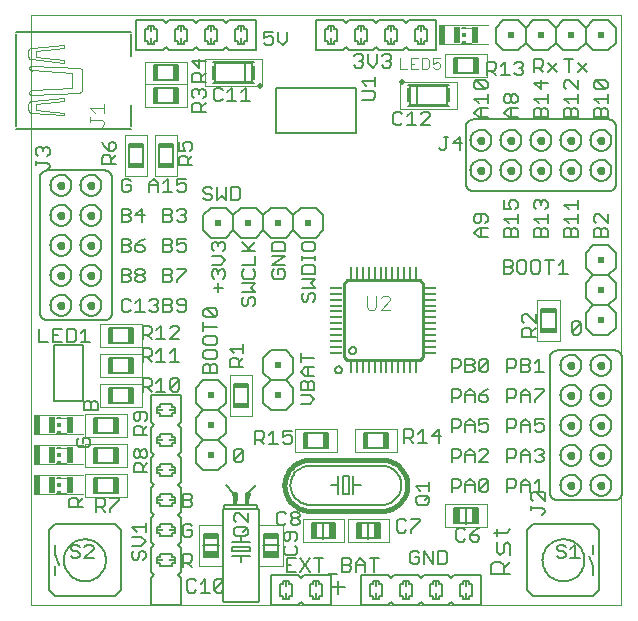
<source format=gto>
G75*
G70*
%OFA0B0*%
%FSLAX24Y24*%
%IPPOS*%
%LPD*%
%AMOC8*
5,1,8,0,0,1.08239X$1,22.5*
%
%ADD10C,0.0000*%
%ADD11C,0.0050*%
%ADD12C,0.0060*%
%ADD13C,0.0160*%
%ADD14R,0.0160X0.0230*%
%ADD15C,0.0040*%
%ADD16R,0.0118X0.0059*%
%ADD17R,0.0118X0.0118*%
%ADD18R,0.0236X0.0531*%
%ADD19R,0.1634X0.0030*%
%ADD20R,0.0049X0.0591*%
%ADD21R,0.0197X0.0591*%
%ADD22R,0.0189X0.0492*%
%ADD23R,0.0492X0.0157*%
%ADD24R,0.0157X0.0492*%
%ADD25C,0.0080*%
%ADD26R,0.0200X0.0200*%
%ADD27R,0.0492X0.0189*%
%ADD28R,0.0100X0.0200*%
%ADD29R,0.0200X0.0100*%
%ADD30C,0.0100*%
%ADD31R,0.0079X0.0413*%
%ADD32R,0.0413X0.0079*%
%ADD33C,0.0197*%
%ADD34R,0.0050X0.0472*%
D10*
X001481Y000917D02*
X001481Y020602D01*
X021166Y020602D01*
X021166Y000917D01*
X001481Y000917D01*
X003292Y004543D02*
X003292Y005291D01*
X004670Y005291D01*
X004670Y004543D01*
X003292Y004543D01*
X003292Y005543D02*
X003292Y006291D01*
X004670Y006291D01*
X004670Y005543D01*
X003292Y005543D01*
X003292Y006543D02*
X003292Y007291D01*
X004670Y007291D01*
X004670Y006543D01*
X003292Y006543D01*
X003792Y007543D02*
X003792Y008291D01*
X005170Y008291D01*
X005170Y007543D01*
X003792Y007543D01*
X003792Y008543D02*
X003792Y009291D01*
X005170Y009291D01*
X005170Y008543D01*
X003792Y008543D01*
X003792Y009543D02*
X003792Y010291D01*
X005170Y010291D01*
X005170Y009543D01*
X003792Y009543D01*
X008107Y008606D02*
X008107Y007228D01*
X008855Y007228D01*
X008855Y008606D01*
X008107Y008606D01*
X010292Y006791D02*
X011670Y006791D01*
X011670Y006043D01*
X010292Y006043D01*
X010292Y006791D01*
X012292Y006791D02*
X012292Y006043D01*
X013670Y006043D01*
X013670Y006791D01*
X012292Y006791D01*
X015292Y004310D02*
X016670Y004310D01*
X016670Y003523D01*
X015292Y003523D01*
X015292Y004310D01*
X013420Y003810D02*
X013420Y003023D01*
X012042Y003023D01*
X012042Y003810D01*
X013420Y003810D01*
X011920Y003810D02*
X011920Y003023D01*
X010542Y003023D01*
X010542Y003810D01*
X011920Y003810D01*
X009875Y003606D02*
X009875Y002228D01*
X009087Y002228D01*
X009087Y003606D01*
X009875Y003606D01*
X007875Y003606D02*
X007875Y002228D01*
X007087Y002228D01*
X007087Y003606D01*
X007875Y003606D01*
X018357Y009728D02*
X018357Y011106D01*
X019105Y011106D01*
X019105Y009728D01*
X018357Y009728D01*
X015696Y017464D02*
X013767Y017464D01*
X013767Y018369D01*
X015696Y018369D01*
X015696Y017464D01*
X015292Y018543D02*
X015292Y019291D01*
X016670Y019291D01*
X016670Y018543D01*
X015292Y018543D01*
X009196Y018214D02*
X007267Y018214D01*
X007267Y019119D01*
X009196Y019119D01*
X009196Y018214D01*
X006670Y018291D02*
X006670Y017543D01*
X005292Y017543D01*
X005292Y018291D01*
X006670Y018291D01*
X006670Y018293D02*
X005292Y018293D01*
X005292Y019041D01*
X006670Y019041D01*
X006670Y018293D01*
X006355Y016606D02*
X005607Y016606D01*
X005607Y015228D01*
X006355Y015228D01*
X006355Y016606D01*
X005355Y016606D02*
X005355Y015228D01*
X004607Y015228D01*
X004607Y016606D01*
X005355Y016606D01*
D11*
X005227Y016310D02*
X005227Y015523D01*
X004735Y015523D01*
X004735Y016310D01*
X005227Y016310D01*
X005735Y016310D02*
X005735Y015523D01*
X006227Y015523D01*
X006227Y016310D01*
X005735Y016310D01*
X006406Y016362D02*
X006406Y016062D01*
X006632Y016062D01*
X006556Y016212D01*
X006556Y016287D01*
X006632Y016362D01*
X006782Y016362D01*
X006857Y016287D01*
X006857Y016137D01*
X006782Y016062D01*
X006857Y015902D02*
X006707Y015752D01*
X006707Y015827D02*
X006707Y015602D01*
X006857Y015602D02*
X006406Y015602D01*
X006406Y015827D01*
X006481Y015902D01*
X006632Y015902D01*
X006707Y015827D01*
X006648Y015142D02*
X006348Y015142D01*
X006348Y014917D01*
X006498Y014992D01*
X006573Y014992D01*
X006648Y014917D01*
X006648Y014767D01*
X006573Y014692D01*
X006423Y014692D01*
X006348Y014767D01*
X006188Y014692D02*
X005887Y014692D01*
X006037Y014692D02*
X006037Y015142D01*
X005887Y014992D01*
X005727Y014992D02*
X005727Y014692D01*
X005727Y014917D02*
X005427Y014917D01*
X005427Y014992D02*
X005427Y014692D01*
X005427Y014992D02*
X005577Y015142D01*
X005727Y014992D01*
X005887Y014142D02*
X006112Y014142D01*
X006188Y014067D01*
X006188Y013992D01*
X006112Y013917D01*
X005887Y013917D01*
X005887Y013692D02*
X005887Y014142D01*
X006112Y013917D02*
X006188Y013842D01*
X006188Y013767D01*
X006112Y013692D01*
X005887Y013692D01*
X006348Y013767D02*
X006423Y013692D01*
X006573Y013692D01*
X006648Y013767D01*
X006648Y013842D01*
X006573Y013917D01*
X006498Y013917D01*
X006573Y013917D02*
X006648Y013992D01*
X006648Y014067D01*
X006573Y014142D01*
X006423Y014142D01*
X006348Y014067D01*
X006348Y013142D02*
X006348Y012917D01*
X006498Y012992D01*
X006573Y012992D01*
X006648Y012917D01*
X006648Y012767D01*
X006573Y012692D01*
X006423Y012692D01*
X006348Y012767D01*
X006188Y012767D02*
X006188Y012842D01*
X006112Y012917D01*
X005887Y012917D01*
X005887Y012692D02*
X005887Y013142D01*
X006112Y013142D01*
X006188Y013067D01*
X006188Y012992D01*
X006112Y012917D01*
X006188Y012767D02*
X006112Y012692D01*
X005887Y012692D01*
X006348Y013142D02*
X006648Y013142D01*
X007506Y012956D02*
X007581Y013032D01*
X007656Y013032D01*
X007731Y012956D01*
X007806Y013032D01*
X007881Y013032D01*
X007956Y012956D01*
X007956Y012806D01*
X007881Y012731D01*
X007806Y012571D02*
X007506Y012571D01*
X007581Y012731D02*
X007506Y012806D01*
X007506Y012956D01*
X007731Y012956D02*
X007731Y012881D01*
X007806Y012571D02*
X007956Y012421D01*
X007806Y012271D01*
X007506Y012271D01*
X007581Y012111D02*
X007656Y012111D01*
X007731Y012036D01*
X007806Y012111D01*
X007881Y012111D01*
X007956Y012036D01*
X007956Y011886D01*
X007881Y011810D01*
X007731Y011961D02*
X007731Y012036D01*
X007581Y012111D02*
X007506Y012036D01*
X007506Y011886D01*
X007581Y011810D01*
X007731Y011650D02*
X007731Y011350D01*
X007581Y011500D02*
X007881Y011500D01*
X008506Y011350D02*
X008956Y011350D01*
X008806Y011500D01*
X008956Y011650D01*
X008506Y011650D01*
X008581Y011810D02*
X008881Y011810D01*
X008956Y011886D01*
X008956Y012036D01*
X008881Y012111D01*
X008956Y012271D02*
X008506Y012271D01*
X008581Y012111D02*
X008506Y012036D01*
X008506Y011886D01*
X008581Y011810D01*
X008956Y012271D02*
X008956Y012571D01*
X008956Y012731D02*
X008506Y012731D01*
X008731Y012806D02*
X008956Y013032D01*
X008806Y012731D02*
X008506Y013032D01*
X009506Y012956D02*
X009506Y012731D01*
X009956Y012731D01*
X009956Y012956D01*
X009881Y013032D01*
X009581Y013032D01*
X009506Y012956D01*
X009506Y012571D02*
X009956Y012571D01*
X009506Y012271D01*
X009956Y012271D01*
X009881Y012111D02*
X009731Y012111D01*
X009731Y011961D01*
X009881Y012111D02*
X009956Y012036D01*
X009956Y011886D01*
X009881Y011810D01*
X009581Y011810D01*
X009506Y011886D01*
X009506Y012036D01*
X009581Y012111D01*
X010506Y012189D02*
X010506Y011964D01*
X010956Y011964D01*
X010956Y012189D01*
X010881Y012264D01*
X010581Y012264D01*
X010506Y012189D01*
X010506Y012424D02*
X010506Y012574D01*
X010506Y012499D02*
X010956Y012499D01*
X010956Y012424D02*
X010956Y012574D01*
X010881Y012731D02*
X010581Y012731D01*
X010506Y012806D01*
X010506Y012956D01*
X010581Y013032D01*
X010881Y013032D01*
X010956Y012956D01*
X010956Y012806D01*
X010881Y012731D01*
X010956Y011804D02*
X010506Y011804D01*
X010506Y011504D02*
X010956Y011504D01*
X010806Y011654D01*
X010956Y011804D01*
X010881Y011343D02*
X010956Y011268D01*
X010956Y011118D01*
X010881Y011043D01*
X010731Y011118D02*
X010731Y011268D01*
X010806Y011343D01*
X010881Y011343D01*
X010731Y011118D02*
X010656Y011043D01*
X010581Y011043D01*
X010506Y011118D01*
X010506Y011268D01*
X010581Y011343D01*
X008956Y011115D02*
X008956Y010965D01*
X008881Y010890D01*
X008731Y010965D02*
X008731Y011115D01*
X008806Y011190D01*
X008881Y011190D01*
X008956Y011115D01*
X008731Y010965D02*
X008656Y010890D01*
X008581Y010890D01*
X008506Y010965D01*
X008506Y011115D01*
X008581Y011190D01*
X007676Y010736D02*
X007676Y010586D01*
X007601Y010511D01*
X007301Y010812D01*
X007601Y010812D01*
X007676Y010736D01*
X007601Y010511D02*
X007301Y010511D01*
X007226Y010586D01*
X007226Y010736D01*
X007301Y010812D01*
X007226Y010351D02*
X007226Y010051D01*
X007226Y010201D02*
X007676Y010201D01*
X007601Y009891D02*
X007301Y009891D01*
X007226Y009816D01*
X007226Y009666D01*
X007301Y009590D01*
X007601Y009590D01*
X007676Y009666D01*
X007676Y009816D01*
X007601Y009891D01*
X007601Y009430D02*
X007301Y009430D01*
X007226Y009355D01*
X007226Y009205D01*
X007301Y009130D01*
X007601Y009130D01*
X007676Y009205D01*
X007676Y009355D01*
X007601Y009430D01*
X007601Y008970D02*
X007526Y008970D01*
X007451Y008895D01*
X007451Y008670D01*
X007451Y008895D02*
X007376Y008970D01*
X007301Y008970D01*
X007226Y008895D01*
X007226Y008670D01*
X007676Y008670D01*
X007676Y008895D01*
X007601Y008970D01*
X008105Y008861D02*
X008105Y009086D01*
X008180Y009161D01*
X008330Y009161D01*
X008405Y009086D01*
X008405Y008861D01*
X008405Y009011D02*
X008556Y009161D01*
X008556Y009321D02*
X008556Y009622D01*
X008556Y009471D02*
X008105Y009471D01*
X008255Y009321D01*
X008105Y008861D02*
X008556Y008861D01*
X008727Y008310D02*
X008235Y008310D01*
X008235Y007523D01*
X008727Y007523D01*
X008727Y008310D01*
X008956Y006741D02*
X009181Y006741D01*
X009256Y006666D01*
X009256Y006516D01*
X009181Y006441D01*
X008956Y006441D01*
X009106Y006441D02*
X009256Y006291D01*
X009416Y006291D02*
X009716Y006291D01*
X009566Y006291D02*
X009566Y006741D01*
X009416Y006591D01*
X009876Y006516D02*
X010027Y006591D01*
X010102Y006591D01*
X010177Y006516D01*
X010177Y006366D01*
X010102Y006291D01*
X009951Y006291D01*
X009876Y006366D01*
X009876Y006516D02*
X009876Y006741D01*
X010177Y006741D01*
X010587Y006663D02*
X011375Y006663D01*
X011375Y006171D01*
X010587Y006171D01*
X010587Y006663D01*
X010476Y007630D02*
X010776Y007630D01*
X010926Y007780D01*
X010776Y007930D01*
X010476Y007930D01*
X010476Y008090D02*
X010476Y008316D01*
X010551Y008391D01*
X010626Y008391D01*
X010701Y008316D01*
X010701Y008090D01*
X010926Y008090D02*
X010926Y008316D01*
X010851Y008391D01*
X010776Y008391D01*
X010701Y008316D01*
X010926Y008090D02*
X010476Y008090D01*
X010626Y008551D02*
X010476Y008701D01*
X010626Y008851D01*
X010926Y008851D01*
X010701Y008851D02*
X010701Y008551D01*
X010626Y008551D02*
X010926Y008551D01*
X010926Y009161D02*
X010476Y009161D01*
X010476Y009011D02*
X010476Y009312D01*
X011617Y008763D02*
X011619Y008784D01*
X011625Y008804D01*
X011634Y008824D01*
X011646Y008841D01*
X011661Y008855D01*
X011679Y008867D01*
X011699Y008875D01*
X011719Y008880D01*
X011740Y008881D01*
X011761Y008878D01*
X011781Y008872D01*
X011800Y008861D01*
X011817Y008848D01*
X011830Y008832D01*
X011841Y008814D01*
X011849Y008794D01*
X011853Y008774D01*
X011853Y008752D01*
X011849Y008732D01*
X011841Y008712D01*
X011830Y008694D01*
X011817Y008678D01*
X011800Y008665D01*
X011781Y008654D01*
X011761Y008648D01*
X011740Y008645D01*
X011719Y008646D01*
X011699Y008651D01*
X011679Y008659D01*
X011661Y008671D01*
X011646Y008685D01*
X011634Y008702D01*
X011625Y008722D01*
X011619Y008742D01*
X011617Y008763D01*
X012089Y009413D02*
X012091Y009434D01*
X012097Y009454D01*
X012106Y009474D01*
X012118Y009491D01*
X012133Y009505D01*
X012151Y009517D01*
X012171Y009525D01*
X012191Y009530D01*
X012212Y009531D01*
X012233Y009528D01*
X012253Y009522D01*
X012272Y009511D01*
X012289Y009498D01*
X012302Y009482D01*
X012313Y009464D01*
X012321Y009444D01*
X012325Y009424D01*
X012325Y009402D01*
X012321Y009382D01*
X012313Y009362D01*
X012302Y009344D01*
X012289Y009328D01*
X012272Y009315D01*
X012253Y009304D01*
X012233Y009298D01*
X012212Y009295D01*
X012191Y009296D01*
X012171Y009301D01*
X012151Y009309D01*
X012133Y009321D01*
X012118Y009335D01*
X012106Y009352D01*
X012097Y009372D01*
X012091Y009392D01*
X012089Y009413D01*
X012587Y006663D02*
X013375Y006663D01*
X013375Y006171D01*
X012587Y006171D01*
X012587Y006663D01*
X013925Y006793D02*
X013925Y006342D01*
X013925Y006492D02*
X014151Y006492D01*
X014226Y006567D01*
X014226Y006718D01*
X014151Y006793D01*
X013925Y006793D01*
X014076Y006492D02*
X014226Y006342D01*
X014386Y006342D02*
X014686Y006342D01*
X014536Y006342D02*
X014536Y006793D01*
X014386Y006643D01*
X014846Y006567D02*
X015146Y006567D01*
X015071Y006342D02*
X015071Y006793D01*
X014846Y006567D01*
X015506Y006692D02*
X015506Y007142D01*
X015731Y007142D01*
X015806Y007067D01*
X015806Y006917D01*
X015731Y006842D01*
X015506Y006842D01*
X015966Y006917D02*
X016267Y006917D01*
X016267Y006992D02*
X016267Y006692D01*
X016427Y006767D02*
X016502Y006692D01*
X016652Y006692D01*
X016727Y006767D01*
X016727Y006917D01*
X016652Y006992D01*
X016577Y006992D01*
X016427Y006917D01*
X016427Y007142D01*
X016727Y007142D01*
X016267Y006992D02*
X016117Y007142D01*
X015966Y006992D01*
X015966Y006692D01*
X016117Y006142D02*
X015966Y005992D01*
X015966Y005692D01*
X015966Y005917D02*
X016267Y005917D01*
X016267Y005992D02*
X016267Y005692D01*
X016427Y005692D02*
X016727Y005992D01*
X016727Y006067D01*
X016652Y006142D01*
X016502Y006142D01*
X016427Y006067D01*
X016267Y005992D02*
X016117Y006142D01*
X015806Y006067D02*
X015806Y005917D01*
X015731Y005842D01*
X015506Y005842D01*
X015506Y005692D02*
X015506Y006142D01*
X015731Y006142D01*
X015806Y006067D01*
X016427Y005692D02*
X016727Y005692D01*
X016652Y005142D02*
X016502Y005142D01*
X016427Y005067D01*
X016427Y004767D01*
X016727Y005067D01*
X016727Y004767D01*
X016652Y004692D01*
X016502Y004692D01*
X016427Y004767D01*
X016267Y004692D02*
X016267Y004992D01*
X016117Y005142D01*
X015966Y004992D01*
X015966Y004692D01*
X015806Y004917D02*
X015731Y004842D01*
X015506Y004842D01*
X015506Y004692D02*
X015506Y005142D01*
X015731Y005142D01*
X015806Y005067D01*
X015806Y004917D01*
X015966Y004917D02*
X016267Y004917D01*
X016652Y005142D02*
X016727Y005067D01*
X017348Y005142D02*
X017348Y004692D01*
X017348Y004842D02*
X017573Y004842D01*
X017648Y004917D01*
X017648Y005067D01*
X017573Y005142D01*
X017348Y005142D01*
X017808Y004992D02*
X017958Y005142D01*
X018108Y004992D01*
X018108Y004692D01*
X018156Y004627D02*
X018156Y004477D01*
X018231Y004402D01*
X018156Y004242D02*
X018156Y004092D01*
X018156Y004167D02*
X018531Y004167D01*
X018606Y004092D01*
X018606Y004017D01*
X018531Y003942D01*
X018606Y004402D02*
X018306Y004702D01*
X018231Y004702D01*
X018156Y004627D01*
X018268Y004692D02*
X018569Y004692D01*
X018606Y004702D02*
X018606Y004402D01*
X018419Y004692D02*
X018419Y005142D01*
X018268Y004992D01*
X018108Y004917D02*
X017808Y004917D01*
X017808Y004992D02*
X017808Y004692D01*
X017808Y005692D02*
X017808Y005992D01*
X017958Y006142D01*
X018108Y005992D01*
X018108Y005692D01*
X018268Y005767D02*
X018344Y005692D01*
X018494Y005692D01*
X018569Y005767D01*
X018569Y005842D01*
X018494Y005917D01*
X018419Y005917D01*
X018494Y005917D02*
X018569Y005992D01*
X018569Y006067D01*
X018494Y006142D01*
X018344Y006142D01*
X018268Y006067D01*
X018108Y005917D02*
X017808Y005917D01*
X017648Y005917D02*
X017648Y006067D01*
X017573Y006142D01*
X017348Y006142D01*
X017348Y005692D01*
X017348Y005842D02*
X017573Y005842D01*
X017648Y005917D01*
X017808Y006692D02*
X017808Y006992D01*
X017958Y007142D01*
X018108Y006992D01*
X018108Y006692D01*
X018268Y006767D02*
X018344Y006692D01*
X018494Y006692D01*
X018569Y006767D01*
X018569Y006917D01*
X018494Y006992D01*
X018419Y006992D01*
X018268Y006917D01*
X018268Y007142D01*
X018569Y007142D01*
X018108Y006917D02*
X017808Y006917D01*
X017648Y006917D02*
X017648Y007067D01*
X017573Y007142D01*
X017348Y007142D01*
X017348Y006692D01*
X017348Y006842D02*
X017573Y006842D01*
X017648Y006917D01*
X017808Y007692D02*
X017808Y007992D01*
X017958Y008142D01*
X018108Y007992D01*
X018108Y007692D01*
X018268Y007692D02*
X018268Y007767D01*
X018569Y008067D01*
X018569Y008142D01*
X018268Y008142D01*
X018108Y007917D02*
X017808Y007917D01*
X017648Y007917D02*
X017573Y007842D01*
X017348Y007842D01*
X017348Y007692D02*
X017348Y008142D01*
X017573Y008142D01*
X017648Y008067D01*
X017648Y007917D01*
X017808Y008692D02*
X018033Y008692D01*
X018108Y008767D01*
X018108Y008842D01*
X018033Y008917D01*
X017808Y008917D01*
X017648Y008917D02*
X017648Y009067D01*
X017573Y009142D01*
X017348Y009142D01*
X017348Y008692D01*
X017348Y008842D02*
X017573Y008842D01*
X017648Y008917D01*
X017808Y008692D02*
X017808Y009142D01*
X018033Y009142D01*
X018108Y009067D01*
X018108Y008992D01*
X018033Y008917D01*
X018268Y008992D02*
X018419Y009142D01*
X018419Y008692D01*
X018569Y008692D02*
X018268Y008692D01*
X018306Y009861D02*
X017855Y009861D01*
X017855Y010086D01*
X017930Y010161D01*
X018080Y010161D01*
X018155Y010086D01*
X018155Y009861D01*
X018155Y010011D02*
X018306Y010161D01*
X018306Y010321D02*
X018005Y010622D01*
X017930Y010622D01*
X017855Y010547D01*
X017855Y010396D01*
X017930Y010321D01*
X018306Y010321D02*
X018306Y010622D01*
X018485Y010810D02*
X018977Y010810D01*
X018977Y010023D01*
X018485Y010023D01*
X018485Y010810D01*
X019506Y010317D02*
X019506Y010017D01*
X019806Y010317D01*
X019806Y010017D01*
X019731Y009942D01*
X019581Y009942D01*
X019506Y010017D01*
X019506Y010317D02*
X019581Y010392D01*
X019731Y010392D01*
X019806Y010317D01*
X019376Y011972D02*
X019076Y011972D01*
X019226Y011972D02*
X019226Y012422D01*
X019076Y012272D01*
X018916Y012422D02*
X018615Y012422D01*
X018765Y012422D02*
X018765Y011972D01*
X018455Y012047D02*
X018455Y012347D01*
X018380Y012422D01*
X018230Y012422D01*
X018155Y012347D01*
X018155Y012047D01*
X018230Y011972D01*
X018380Y011972D01*
X018455Y012047D01*
X017995Y012047D02*
X017995Y012347D01*
X017920Y012422D01*
X017770Y012422D01*
X017695Y012347D01*
X017695Y012047D01*
X017770Y011972D01*
X017920Y011972D01*
X017995Y012047D01*
X017534Y012047D02*
X017459Y011972D01*
X017234Y011972D01*
X017234Y012422D01*
X017459Y012422D01*
X017534Y012347D01*
X017534Y012272D01*
X017459Y012197D01*
X017234Y012197D01*
X017459Y012197D02*
X017534Y012122D01*
X017534Y012047D01*
X017481Y013192D02*
X017481Y013417D01*
X017556Y013492D01*
X017631Y013492D01*
X017706Y013417D01*
X017706Y013192D01*
X017256Y013192D01*
X017256Y013417D01*
X017331Y013492D01*
X017406Y013492D01*
X017481Y013417D01*
X017406Y013652D02*
X017256Y013802D01*
X017706Y013802D01*
X017706Y013652D02*
X017706Y013952D01*
X017631Y014112D02*
X017706Y014188D01*
X017706Y014338D01*
X017631Y014413D01*
X017481Y014413D01*
X017406Y014338D01*
X017406Y014263D01*
X017481Y014112D01*
X017256Y014112D01*
X017256Y014413D01*
X016706Y013877D02*
X016706Y013727D01*
X016631Y013652D01*
X016481Y013727D02*
X016481Y013952D01*
X016631Y013952D02*
X016331Y013952D01*
X016256Y013877D01*
X016256Y013727D01*
X016331Y013652D01*
X016406Y013652D01*
X016481Y013727D01*
X016481Y013492D02*
X016481Y013192D01*
X016406Y013192D02*
X016256Y013342D01*
X016406Y013492D01*
X016706Y013492D01*
X016706Y013192D02*
X016406Y013192D01*
X016706Y013877D02*
X016631Y013952D01*
X018256Y013802D02*
X018706Y013802D01*
X018706Y013652D02*
X018706Y013952D01*
X018631Y014112D02*
X018706Y014188D01*
X018706Y014338D01*
X018631Y014413D01*
X018556Y014413D01*
X018481Y014338D01*
X018481Y014263D01*
X018481Y014338D02*
X018406Y014413D01*
X018331Y014413D01*
X018256Y014338D01*
X018256Y014188D01*
X018331Y014112D01*
X018256Y013802D02*
X018406Y013652D01*
X018406Y013492D02*
X018481Y013417D01*
X018481Y013192D01*
X018481Y013417D02*
X018556Y013492D01*
X018631Y013492D01*
X018706Y013417D01*
X018706Y013192D01*
X018256Y013192D01*
X018256Y013417D01*
X018331Y013492D01*
X018406Y013492D01*
X019256Y013417D02*
X019256Y013192D01*
X019706Y013192D01*
X019706Y013417D01*
X019631Y013492D01*
X019556Y013492D01*
X019481Y013417D01*
X019481Y013192D01*
X019481Y013417D02*
X019406Y013492D01*
X019331Y013492D01*
X019256Y013417D01*
X019406Y013652D02*
X019256Y013802D01*
X019706Y013802D01*
X019706Y013652D02*
X019706Y013952D01*
X019706Y014112D02*
X019706Y014413D01*
X019706Y014263D02*
X019256Y014263D01*
X019406Y014112D01*
X020256Y013877D02*
X020256Y013727D01*
X020331Y013652D01*
X020331Y013492D02*
X020406Y013492D01*
X020481Y013417D01*
X020481Y013192D01*
X020481Y013417D02*
X020556Y013492D01*
X020631Y013492D01*
X020706Y013417D01*
X020706Y013192D01*
X020256Y013192D01*
X020256Y013417D01*
X020331Y013492D01*
X020256Y013877D02*
X020331Y013952D01*
X020406Y013952D01*
X020706Y013652D01*
X020706Y013952D01*
X020706Y017192D02*
X020256Y017192D01*
X020256Y017417D01*
X020331Y017492D01*
X020406Y017492D01*
X020481Y017417D01*
X020481Y017192D01*
X020481Y017417D02*
X020556Y017492D01*
X020631Y017492D01*
X020706Y017417D01*
X020706Y017192D01*
X020706Y017652D02*
X020706Y017952D01*
X020706Y017802D02*
X020256Y017802D01*
X020406Y017652D01*
X020331Y018112D02*
X020256Y018188D01*
X020256Y018338D01*
X020331Y018413D01*
X020631Y018112D01*
X020706Y018188D01*
X020706Y018338D01*
X020631Y018413D01*
X020331Y018413D01*
X020017Y018692D02*
X019716Y018992D01*
X019556Y019142D02*
X019256Y019142D01*
X019406Y019142D02*
X019406Y018692D01*
X019406Y018413D02*
X019331Y018413D01*
X019256Y018338D01*
X019256Y018188D01*
X019331Y018112D01*
X019406Y018413D02*
X019706Y018112D01*
X019706Y018413D01*
X019716Y018692D02*
X020017Y018992D01*
X020331Y018112D02*
X020631Y018112D01*
X019706Y017952D02*
X019706Y017652D01*
X019706Y017802D02*
X019256Y017802D01*
X019406Y017652D01*
X019406Y017492D02*
X019481Y017417D01*
X019481Y017192D01*
X019481Y017417D02*
X019556Y017492D01*
X019631Y017492D01*
X019706Y017417D01*
X019706Y017192D01*
X019256Y017192D01*
X019256Y017417D01*
X019331Y017492D01*
X019406Y017492D01*
X018706Y017417D02*
X018706Y017192D01*
X018256Y017192D01*
X018256Y017417D01*
X018331Y017492D01*
X018406Y017492D01*
X018481Y017417D01*
X018481Y017192D01*
X018481Y017417D02*
X018556Y017492D01*
X018631Y017492D01*
X018706Y017417D01*
X018706Y017652D02*
X018706Y017952D01*
X018706Y017802D02*
X018256Y017802D01*
X018406Y017652D01*
X018481Y018112D02*
X018481Y018413D01*
X018706Y018338D02*
X018256Y018338D01*
X018481Y018112D01*
X018556Y018692D02*
X018406Y018842D01*
X018481Y018842D02*
X018256Y018842D01*
X018256Y018692D02*
X018256Y019142D01*
X018481Y019142D01*
X018556Y019067D01*
X018556Y018917D01*
X018481Y018842D01*
X018716Y018992D02*
X019017Y018692D01*
X019017Y018992D02*
X018716Y018692D01*
X017896Y018667D02*
X017821Y018592D01*
X017671Y018592D01*
X017596Y018667D01*
X017436Y018592D02*
X017136Y018592D01*
X017286Y018592D02*
X017286Y019043D01*
X017136Y018893D01*
X016976Y018968D02*
X016901Y019043D01*
X016675Y019043D01*
X016675Y018592D01*
X016675Y018742D02*
X016901Y018742D01*
X016976Y018817D01*
X016976Y018968D01*
X016826Y018742D02*
X016976Y018592D01*
X016706Y018338D02*
X016631Y018413D01*
X016331Y018413D01*
X016631Y018112D01*
X016706Y018188D01*
X016706Y018338D01*
X016631Y018112D02*
X016331Y018112D01*
X016256Y018188D01*
X016256Y018338D01*
X016331Y018413D01*
X016375Y018671D02*
X015587Y018671D01*
X015587Y019163D01*
X016375Y019163D01*
X016375Y018671D01*
X016706Y017952D02*
X016706Y017652D01*
X016706Y017802D02*
X016256Y017802D01*
X016406Y017652D01*
X016406Y017492D02*
X016256Y017342D01*
X016406Y017192D01*
X016706Y017192D01*
X016481Y017192D02*
X016481Y017492D01*
X016406Y017492D02*
X016706Y017492D01*
X017256Y017342D02*
X017406Y017192D01*
X017706Y017192D01*
X017481Y017192D02*
X017481Y017492D01*
X017406Y017492D02*
X017706Y017492D01*
X017631Y017652D02*
X017556Y017652D01*
X017481Y017727D01*
X017481Y017877D01*
X017556Y017952D01*
X017631Y017952D01*
X017706Y017877D01*
X017706Y017727D01*
X017631Y017652D01*
X017481Y017727D02*
X017406Y017652D01*
X017331Y017652D01*
X017256Y017727D01*
X017256Y017877D01*
X017331Y017952D01*
X017406Y017952D01*
X017481Y017877D01*
X017406Y017492D02*
X017256Y017342D01*
X017896Y018667D02*
X017896Y018742D01*
X017821Y018817D01*
X017746Y018817D01*
X017821Y018817D02*
X017896Y018893D01*
X017896Y018968D01*
X017821Y019043D01*
X017671Y019043D01*
X017596Y018968D01*
X015400Y018271D02*
X014062Y018271D01*
X014101Y018232D02*
X014353Y018232D01*
X014353Y017602D01*
X014101Y017602D01*
X014101Y018232D01*
X014353Y018232D02*
X015361Y018232D01*
X015361Y017602D01*
X014353Y017602D01*
X014172Y017371D02*
X014172Y016921D01*
X014022Y016921D02*
X014322Y016921D01*
X014483Y016921D02*
X014783Y017221D01*
X014783Y017296D01*
X014708Y017371D01*
X014558Y017371D01*
X014483Y017296D01*
X014172Y017371D02*
X014022Y017221D01*
X013862Y017296D02*
X013787Y017371D01*
X013637Y017371D01*
X013562Y017296D01*
X013562Y016996D01*
X013637Y016921D01*
X013787Y016921D01*
X013862Y016996D01*
X014062Y017562D02*
X015400Y017562D01*
X014783Y016921D02*
X014483Y016921D01*
X015235Y016542D02*
X015386Y016542D01*
X015311Y016542D02*
X015311Y016167D01*
X015235Y016092D01*
X015160Y016092D01*
X015085Y016167D01*
X015546Y016317D02*
X015846Y016317D01*
X015771Y016092D02*
X015771Y016542D01*
X015546Y016317D01*
X013402Y018842D02*
X013252Y018842D01*
X013177Y018917D01*
X013017Y018992D02*
X013017Y019292D01*
X013177Y019217D02*
X013252Y019292D01*
X013402Y019292D01*
X013477Y019217D01*
X013477Y019142D01*
X013402Y019067D01*
X013477Y018992D01*
X013477Y018917D01*
X013402Y018842D01*
X013402Y019067D02*
X013327Y019067D01*
X013017Y018992D02*
X012867Y018842D01*
X012716Y018992D01*
X012716Y019292D01*
X012556Y019217D02*
X012556Y019142D01*
X012481Y019067D01*
X012556Y018992D01*
X012556Y018917D01*
X012481Y018842D01*
X012331Y018842D01*
X012256Y018917D01*
X012406Y019067D02*
X012481Y019067D01*
X012556Y019217D02*
X012481Y019292D01*
X012331Y019292D01*
X012256Y019217D01*
X012320Y018165D02*
X009643Y018165D01*
X009643Y016669D01*
X012320Y016669D01*
X012320Y018165D01*
X010017Y019742D02*
X010017Y020042D01*
X010017Y019742D02*
X009867Y019592D01*
X009716Y019742D01*
X009716Y020042D01*
X009556Y020042D02*
X009256Y020042D01*
X009256Y019817D01*
X009406Y019892D01*
X009481Y019892D01*
X009556Y019817D01*
X009556Y019667D01*
X009481Y019592D01*
X009331Y019592D01*
X009256Y019667D01*
X008900Y019021D02*
X007562Y019021D01*
X007601Y018982D02*
X008609Y018982D01*
X008609Y018352D01*
X007601Y018352D01*
X007601Y018982D01*
X007306Y019047D02*
X006855Y019047D01*
X007080Y018821D01*
X007080Y019122D01*
X007080Y018661D02*
X007155Y018586D01*
X007155Y018361D01*
X007155Y018511D02*
X007306Y018661D01*
X007080Y018661D02*
X006930Y018661D01*
X006855Y018586D01*
X006855Y018361D01*
X007306Y018361D01*
X007562Y018312D02*
X008900Y018312D01*
X008861Y018352D02*
X008609Y018352D01*
X008640Y018163D02*
X008640Y017712D01*
X008490Y017712D02*
X008790Y017712D01*
X008490Y018013D02*
X008640Y018163D01*
X008861Y018352D02*
X008861Y018982D01*
X008609Y018982D01*
X008180Y018163D02*
X008180Y017712D01*
X008030Y017712D02*
X008330Y017712D01*
X008030Y018013D02*
X008180Y018163D01*
X007869Y018088D02*
X007794Y018163D01*
X007644Y018163D01*
X007569Y018088D01*
X007569Y017787D01*
X007644Y017712D01*
X007794Y017712D01*
X007869Y017787D01*
X007306Y017896D02*
X007230Y017821D01*
X007306Y017896D02*
X007306Y018047D01*
X007230Y018122D01*
X007155Y018122D01*
X007080Y018047D01*
X007080Y017971D01*
X007080Y018047D02*
X007005Y018122D01*
X006930Y018122D01*
X006855Y018047D01*
X006855Y017896D01*
X006930Y017821D01*
X006930Y017661D02*
X006855Y017586D01*
X006855Y017361D01*
X007306Y017361D01*
X007155Y017361D02*
X007155Y017586D01*
X007080Y017661D01*
X006930Y017661D01*
X007155Y017511D02*
X007306Y017661D01*
X006375Y017671D02*
X005587Y017671D01*
X005587Y018163D01*
X006375Y018163D01*
X006375Y017671D01*
X006375Y018421D02*
X005587Y018421D01*
X005587Y018913D01*
X006375Y018913D01*
X006375Y018421D01*
X004800Y019243D02*
X004800Y019952D01*
X004800Y020031D02*
X000981Y020031D01*
X000989Y019952D02*
X000989Y016881D01*
X000981Y016802D02*
X004800Y016802D01*
X004800Y016881D02*
X004800Y017590D01*
X003627Y016802D02*
X002564Y016802D01*
X002031Y016202D02*
X002106Y016127D01*
X002106Y015977D01*
X002031Y015902D01*
X001881Y016052D02*
X001881Y016127D01*
X001956Y016202D01*
X002031Y016202D01*
X001881Y016127D02*
X001806Y016202D01*
X001731Y016202D01*
X001656Y016127D01*
X001656Y015977D01*
X001731Y015902D01*
X001656Y015742D02*
X001656Y015592D01*
X001656Y015667D02*
X002031Y015667D01*
X002106Y015592D01*
X002106Y015517D01*
X002031Y015442D01*
X003855Y015611D02*
X003855Y015836D01*
X003930Y015911D01*
X004080Y015911D01*
X004155Y015836D01*
X004155Y015611D01*
X004155Y015761D02*
X004306Y015911D01*
X004230Y016071D02*
X004080Y016071D01*
X004080Y016297D01*
X004155Y016372D01*
X004230Y016372D01*
X004306Y016297D01*
X004306Y016146D01*
X004230Y016071D01*
X004080Y016071D02*
X003930Y016221D01*
X003855Y016372D01*
X003855Y015611D02*
X004306Y015611D01*
X004581Y015142D02*
X004506Y015067D01*
X004506Y014767D01*
X004581Y014692D01*
X004731Y014692D01*
X004806Y014767D01*
X004806Y014917D01*
X004656Y014917D01*
X004806Y015067D02*
X004731Y015142D01*
X004581Y015142D01*
X004506Y014142D02*
X004731Y014142D01*
X004806Y014067D01*
X004806Y013992D01*
X004731Y013917D01*
X004506Y013917D01*
X004506Y013692D02*
X004506Y014142D01*
X004731Y013917D02*
X004806Y013842D01*
X004806Y013767D01*
X004731Y013692D01*
X004506Y013692D01*
X004966Y013917D02*
X005267Y013917D01*
X005192Y013692D02*
X005192Y014142D01*
X004966Y013917D01*
X004731Y013142D02*
X004506Y013142D01*
X004506Y012692D01*
X004731Y012692D01*
X004806Y012767D01*
X004806Y012842D01*
X004731Y012917D01*
X004506Y012917D01*
X004731Y012917D02*
X004806Y012992D01*
X004806Y013067D01*
X004731Y013142D01*
X004966Y012917D02*
X005192Y012917D01*
X005267Y012842D01*
X005267Y012767D01*
X005192Y012692D01*
X005042Y012692D01*
X004966Y012767D01*
X004966Y012917D01*
X005117Y013067D01*
X005267Y013142D01*
X005192Y012142D02*
X005042Y012142D01*
X004966Y012067D01*
X004966Y011992D01*
X005042Y011917D01*
X005192Y011917D01*
X005267Y011842D01*
X005267Y011767D01*
X005192Y011692D01*
X005042Y011692D01*
X004966Y011767D01*
X004966Y011842D01*
X005042Y011917D01*
X005192Y011917D02*
X005267Y011992D01*
X005267Y012067D01*
X005192Y012142D01*
X004806Y012067D02*
X004806Y011992D01*
X004731Y011917D01*
X004506Y011917D01*
X004506Y011692D02*
X004506Y012142D01*
X004731Y012142D01*
X004806Y012067D01*
X004731Y011917D02*
X004806Y011842D01*
X004806Y011767D01*
X004731Y011692D01*
X004506Y011692D01*
X004581Y011142D02*
X004506Y011067D01*
X004506Y010767D01*
X004581Y010692D01*
X004731Y010692D01*
X004806Y010767D01*
X004966Y010692D02*
X005267Y010692D01*
X005117Y010692D02*
X005117Y011142D01*
X004966Y010992D01*
X004806Y011067D02*
X004731Y011142D01*
X004581Y011142D01*
X005427Y011067D02*
X005502Y011142D01*
X005652Y011142D01*
X005727Y011067D01*
X005727Y010992D01*
X005652Y010917D01*
X005727Y010842D01*
X005727Y010767D01*
X005652Y010692D01*
X005502Y010692D01*
X005427Y010767D01*
X005577Y010917D02*
X005652Y010917D01*
X005887Y010917D02*
X006112Y010917D01*
X006188Y010842D01*
X006188Y010767D01*
X006112Y010692D01*
X005887Y010692D01*
X005887Y011142D01*
X006112Y011142D01*
X006188Y011067D01*
X006188Y010992D01*
X006112Y010917D01*
X006348Y010992D02*
X006423Y010917D01*
X006648Y010917D01*
X006648Y011067D02*
X006573Y011142D01*
X006423Y011142D01*
X006348Y011067D01*
X006348Y010992D01*
X006348Y010767D02*
X006423Y010692D01*
X006573Y010692D01*
X006648Y010767D01*
X006648Y011067D01*
X006348Y011692D02*
X006348Y011767D01*
X006648Y012067D01*
X006648Y012142D01*
X006348Y012142D01*
X006188Y012067D02*
X006188Y011992D01*
X006112Y011917D01*
X005887Y011917D01*
X005887Y011692D02*
X005887Y012142D01*
X006112Y012142D01*
X006188Y012067D01*
X006112Y011917D02*
X006188Y011842D01*
X006188Y011767D01*
X006112Y011692D01*
X005887Y011692D01*
X005816Y010241D02*
X005816Y009791D01*
X005666Y009791D02*
X005966Y009791D01*
X006126Y009791D02*
X006427Y010091D01*
X006427Y010166D01*
X006352Y010241D01*
X006201Y010241D01*
X006126Y010166D01*
X005816Y010241D02*
X005666Y010091D01*
X005506Y010016D02*
X005431Y009941D01*
X005206Y009941D01*
X005356Y009941D02*
X005506Y009791D01*
X005506Y010016D02*
X005506Y010166D01*
X005431Y010241D01*
X005206Y010241D01*
X005206Y009791D01*
X005206Y009491D02*
X005431Y009491D01*
X005506Y009416D01*
X005506Y009266D01*
X005431Y009191D01*
X005206Y009191D01*
X005356Y009191D02*
X005506Y009041D01*
X005666Y009041D02*
X005966Y009041D01*
X005816Y009041D02*
X005816Y009491D01*
X005666Y009341D01*
X006126Y009341D02*
X006277Y009491D01*
X006277Y009041D01*
X006427Y009041D02*
X006126Y009041D01*
X006201Y008491D02*
X006352Y008491D01*
X006427Y008416D01*
X006126Y008116D01*
X006201Y008041D01*
X006352Y008041D01*
X006427Y008116D01*
X006427Y008416D01*
X006201Y008491D02*
X006126Y008416D01*
X006126Y008116D01*
X005966Y008041D02*
X005666Y008041D01*
X005816Y008041D02*
X005816Y008491D01*
X005666Y008341D01*
X005506Y008266D02*
X005431Y008191D01*
X005206Y008191D01*
X005356Y008191D02*
X005506Y008041D01*
X005506Y008266D02*
X005506Y008416D01*
X005431Y008491D01*
X005206Y008491D01*
X005206Y008041D01*
X004875Y008163D02*
X004087Y008163D01*
X004087Y007671D01*
X004875Y007671D01*
X004875Y008163D01*
X004875Y008671D02*
X004087Y008671D01*
X004087Y009163D01*
X004875Y009163D01*
X004875Y008671D01*
X005206Y009041D02*
X005206Y009491D01*
X004875Y009671D02*
X004087Y009671D01*
X004087Y010163D01*
X004875Y010163D01*
X004875Y009671D01*
X006126Y009791D02*
X006427Y009791D01*
X005282Y007362D02*
X004981Y007362D01*
X004906Y007287D01*
X004906Y007137D01*
X004981Y007062D01*
X005056Y007062D01*
X005132Y007137D01*
X005132Y007362D01*
X005282Y007362D02*
X005357Y007287D01*
X005357Y007137D01*
X005282Y007062D01*
X005357Y006902D02*
X005207Y006752D01*
X005207Y006827D02*
X005207Y006602D01*
X005357Y006602D02*
X004906Y006602D01*
X004906Y006827D01*
X004981Y006902D01*
X005132Y006902D01*
X005207Y006827D01*
X004375Y006671D02*
X003587Y006671D01*
X003587Y007163D01*
X004375Y007163D01*
X004375Y006671D01*
X004375Y006163D02*
X003587Y006163D01*
X003587Y005671D01*
X004375Y005671D01*
X004375Y006163D01*
X004906Y006037D02*
X004906Y005887D01*
X004981Y005812D01*
X005056Y005812D01*
X005132Y005887D01*
X005132Y006037D01*
X005207Y006112D01*
X005282Y006112D01*
X005357Y006037D01*
X005357Y005887D01*
X005282Y005812D01*
X005207Y005812D01*
X005132Y005887D01*
X005132Y006037D02*
X005056Y006112D01*
X004981Y006112D01*
X004906Y006037D01*
X004981Y005652D02*
X005132Y005652D01*
X005207Y005577D01*
X005207Y005352D01*
X005357Y005352D02*
X004906Y005352D01*
X004906Y005577D01*
X004981Y005652D01*
X005207Y005502D02*
X005357Y005652D01*
X004375Y005163D02*
X003587Y005163D01*
X003587Y004671D01*
X004375Y004671D01*
X004375Y005163D01*
X004427Y004491D02*
X004126Y004491D01*
X003966Y004416D02*
X003966Y004266D01*
X003891Y004191D01*
X003666Y004191D01*
X003666Y004041D02*
X003666Y004491D01*
X003891Y004491D01*
X003966Y004416D01*
X003816Y004191D02*
X003966Y004041D01*
X004126Y004041D02*
X004126Y004116D01*
X004427Y004416D01*
X004427Y004491D01*
X005306Y003663D02*
X005306Y003362D01*
X005306Y003513D02*
X004856Y003513D01*
X005006Y003362D01*
X005156Y003202D02*
X004856Y003202D01*
X005156Y003202D02*
X005306Y003052D01*
X005156Y002902D01*
X004856Y002902D01*
X004931Y002742D02*
X004856Y002667D01*
X004856Y002517D01*
X004931Y002442D01*
X005006Y002442D01*
X005081Y002517D01*
X005081Y002667D01*
X005156Y002742D01*
X005231Y002742D01*
X005306Y002667D01*
X005306Y002517D01*
X005231Y002442D01*
X006546Y002342D02*
X006771Y002342D01*
X006846Y002417D01*
X006846Y002567D01*
X006771Y002642D01*
X006546Y002642D01*
X006546Y002192D01*
X006696Y002342D02*
X006846Y002192D01*
X006901Y001793D02*
X006750Y001793D01*
X006675Y001718D01*
X006675Y001417D01*
X006750Y001342D01*
X006901Y001342D01*
X006976Y001417D01*
X007136Y001342D02*
X007436Y001342D01*
X007286Y001342D02*
X007286Y001793D01*
X007136Y001643D01*
X006976Y001718D02*
X006901Y001793D01*
X007596Y001718D02*
X007596Y001417D01*
X007896Y001718D01*
X007896Y001417D01*
X007821Y001342D01*
X007671Y001342D01*
X007596Y001417D01*
X007596Y001718D02*
X007671Y001793D01*
X007821Y001793D01*
X007896Y001718D01*
X007727Y002523D02*
X007235Y002523D01*
X007235Y003310D01*
X007727Y003310D01*
X007727Y002523D01*
X007757Y002917D02*
X007206Y002917D01*
X006846Y003267D02*
X006846Y003417D01*
X006696Y003417D01*
X006846Y003567D02*
X006771Y003642D01*
X006621Y003642D01*
X006546Y003567D01*
X006546Y003267D01*
X006621Y003192D01*
X006771Y003192D01*
X006846Y003267D01*
X006771Y004192D02*
X006546Y004192D01*
X006546Y004642D01*
X006771Y004642D01*
X006846Y004567D01*
X006846Y004492D01*
X006771Y004417D01*
X006546Y004417D01*
X006771Y004417D02*
X006846Y004342D01*
X006846Y004267D01*
X006771Y004192D01*
X008256Y003906D02*
X008256Y003756D01*
X008331Y003681D01*
X008331Y003521D02*
X008256Y003446D01*
X008256Y003296D01*
X008331Y003221D01*
X008631Y003221D01*
X008706Y003296D01*
X008706Y003446D01*
X008631Y003521D01*
X008331Y003521D01*
X008556Y003371D02*
X008706Y003521D01*
X008706Y003681D02*
X008406Y003982D01*
X008331Y003982D01*
X008256Y003906D01*
X008706Y003982D02*
X008706Y003681D01*
X009235Y003310D02*
X009235Y002523D01*
X009727Y002523D01*
X009727Y003310D01*
X009235Y003310D01*
X009206Y002917D02*
X009757Y002917D01*
X009906Y002827D02*
X009906Y002677D01*
X009981Y002602D01*
X010282Y002602D01*
X010357Y002677D01*
X010357Y002827D01*
X010282Y002902D01*
X010282Y003062D02*
X010357Y003137D01*
X010357Y003287D01*
X010282Y003362D01*
X009981Y003362D01*
X009906Y003287D01*
X009906Y003137D01*
X009981Y003062D01*
X010056Y003062D01*
X010132Y003137D01*
X010132Y003362D01*
X010211Y003592D02*
X010136Y003667D01*
X010136Y003742D01*
X010211Y003817D01*
X010361Y003817D01*
X010436Y003742D01*
X010436Y003667D01*
X010361Y003592D01*
X010211Y003592D01*
X010211Y003817D02*
X010136Y003893D01*
X010136Y003968D01*
X010211Y004043D01*
X010361Y004043D01*
X010436Y003968D01*
X010436Y003893D01*
X010361Y003817D01*
X009976Y003667D02*
X009901Y003592D01*
X009750Y003592D01*
X009675Y003667D01*
X009675Y003968D01*
X009750Y004043D01*
X009901Y004043D01*
X009976Y003968D01*
X010837Y003663D02*
X010837Y003171D01*
X011625Y003171D01*
X011625Y003663D01*
X010837Y003663D01*
X011231Y003692D02*
X011231Y003141D01*
X011227Y002492D02*
X010927Y002492D01*
X011077Y002492D02*
X011077Y002042D01*
X011387Y001967D02*
X011688Y001967D01*
X011848Y002042D02*
X012073Y002042D01*
X012148Y002117D01*
X012148Y002192D01*
X012073Y002267D01*
X011848Y002267D01*
X012073Y002267D02*
X012148Y002342D01*
X012148Y002417D01*
X012073Y002492D01*
X011848Y002492D01*
X011848Y002042D01*
X012308Y002042D02*
X012308Y002342D01*
X012458Y002492D01*
X012608Y002342D01*
X012608Y002042D01*
X012608Y002267D02*
X012308Y002267D01*
X012768Y002492D02*
X013069Y002492D01*
X012919Y002492D02*
X012919Y002042D01*
X012731Y003141D02*
X012731Y003692D01*
X012337Y003663D02*
X013125Y003663D01*
X013125Y003171D01*
X012337Y003171D01*
X012337Y003663D01*
X013675Y003718D02*
X013675Y003417D01*
X013750Y003342D01*
X013901Y003342D01*
X013976Y003417D01*
X014136Y003417D02*
X014136Y003342D01*
X014136Y003417D02*
X014436Y003718D01*
X014436Y003793D01*
X014136Y003793D01*
X013976Y003718D02*
X013901Y003793D01*
X013750Y003793D01*
X013675Y003718D01*
X014306Y004346D02*
X014306Y004496D01*
X014381Y004571D01*
X014681Y004571D01*
X014756Y004496D01*
X014756Y004346D01*
X014681Y004271D01*
X014381Y004271D01*
X014306Y004346D01*
X014606Y004421D02*
X014756Y004571D01*
X014756Y004731D02*
X014756Y005032D01*
X014756Y004881D02*
X014306Y004881D01*
X014456Y004731D01*
X015587Y004163D02*
X015587Y003671D01*
X016375Y003671D01*
X016375Y004163D01*
X015587Y004163D01*
X015981Y004192D02*
X015981Y003641D01*
X015891Y003491D02*
X015741Y003491D01*
X015666Y003416D01*
X015666Y003116D01*
X015741Y003041D01*
X015891Y003041D01*
X015966Y003116D01*
X016126Y003116D02*
X016126Y003266D01*
X016352Y003266D01*
X016427Y003191D01*
X016427Y003116D01*
X016352Y003041D01*
X016201Y003041D01*
X016126Y003116D01*
X016126Y003266D02*
X016277Y003416D01*
X016427Y003491D01*
X015966Y003416D02*
X015891Y003491D01*
X015271Y002742D02*
X015046Y002742D01*
X015046Y002292D01*
X015271Y002292D01*
X015346Y002367D01*
X015346Y002667D01*
X015271Y002742D01*
X014886Y002742D02*
X014886Y002292D01*
X014585Y002742D01*
X014585Y002292D01*
X014425Y002367D02*
X014425Y002517D01*
X014275Y002517D01*
X014125Y002667D02*
X014125Y002367D01*
X014200Y002292D01*
X014350Y002292D01*
X014425Y002367D01*
X014425Y002667D02*
X014350Y002742D01*
X014200Y002742D01*
X014125Y002667D01*
X010767Y002492D02*
X010466Y002042D01*
X010306Y002042D02*
X010006Y002042D01*
X010006Y002492D01*
X010306Y002492D01*
X010466Y002492D02*
X010767Y002042D01*
X010156Y002267D02*
X010006Y002267D01*
X009906Y002827D02*
X009981Y002902D01*
X008481Y005692D02*
X008331Y005692D01*
X008256Y005767D01*
X008556Y006067D01*
X008556Y005767D01*
X008481Y005692D01*
X008256Y005767D02*
X008256Y006067D01*
X008331Y006142D01*
X008481Y006142D01*
X008556Y006067D01*
X008956Y006291D02*
X008956Y006741D01*
X003706Y007442D02*
X003706Y007667D01*
X003631Y007742D01*
X003556Y007742D01*
X003481Y007667D01*
X003481Y007442D01*
X003481Y007667D02*
X003406Y007742D01*
X003331Y007742D01*
X003256Y007667D01*
X003256Y007442D01*
X003706Y007442D01*
X003216Y007736D02*
X002251Y007736D01*
X002251Y009586D01*
X003216Y009586D01*
X003216Y007736D01*
X003231Y006492D02*
X003231Y006342D01*
X003231Y006492D02*
X003381Y006492D01*
X003456Y006417D01*
X003456Y006267D01*
X003381Y006192D01*
X003081Y006192D01*
X003006Y006267D01*
X003006Y006417D01*
X003081Y006492D01*
X002981Y004492D02*
X003056Y004417D01*
X003056Y004192D01*
X003056Y004342D02*
X003206Y004492D01*
X002981Y004492D02*
X002831Y004492D01*
X002756Y004417D01*
X002756Y004192D01*
X003206Y004192D01*
X003342Y002942D02*
X003266Y002867D01*
X003342Y002942D02*
X003492Y002942D01*
X003567Y002867D01*
X003567Y002792D01*
X003266Y002492D01*
X003567Y002492D01*
X003106Y002567D02*
X003031Y002492D01*
X002881Y002492D01*
X002806Y002567D01*
X002881Y002717D02*
X003031Y002717D01*
X003106Y002642D01*
X003106Y002567D01*
X002881Y002717D02*
X002806Y002792D01*
X002806Y002867D01*
X002881Y002942D01*
X003031Y002942D01*
X003106Y002867D01*
X003137Y009692D02*
X003438Y009692D01*
X003287Y009692D02*
X003287Y010142D01*
X003137Y009992D01*
X002977Y010067D02*
X002977Y009767D01*
X002902Y009692D01*
X002677Y009692D01*
X002677Y010142D01*
X002902Y010142D01*
X002977Y010067D01*
X002517Y010142D02*
X002216Y010142D01*
X002216Y009692D01*
X002517Y009692D01*
X002367Y009917D02*
X002216Y009917D01*
X002056Y009692D02*
X001756Y009692D01*
X001756Y010142D01*
X007226Y014487D02*
X007301Y014412D01*
X007451Y014412D01*
X007526Y014487D01*
X007526Y014562D01*
X007451Y014637D01*
X007301Y014637D01*
X007226Y014712D01*
X007226Y014787D01*
X007301Y014862D01*
X007451Y014862D01*
X007526Y014787D01*
X007686Y014862D02*
X007686Y014412D01*
X007837Y014562D01*
X007987Y014412D01*
X007987Y014862D01*
X008147Y014862D02*
X008372Y014862D01*
X008447Y014787D01*
X008447Y014487D01*
X008372Y014412D01*
X008147Y014412D01*
X008147Y014862D01*
X003627Y020031D02*
X002564Y020031D01*
X015506Y009142D02*
X015506Y008692D01*
X015506Y008842D02*
X015731Y008842D01*
X015806Y008917D01*
X015806Y009067D01*
X015731Y009142D01*
X015506Y009142D01*
X015966Y009142D02*
X015966Y008692D01*
X016192Y008692D01*
X016267Y008767D01*
X016267Y008842D01*
X016192Y008917D01*
X015966Y008917D01*
X015966Y009142D02*
X016192Y009142D01*
X016267Y009067D01*
X016267Y008992D01*
X016192Y008917D01*
X016427Y009067D02*
X016502Y009142D01*
X016652Y009142D01*
X016727Y009067D01*
X016427Y008767D01*
X016502Y008692D01*
X016652Y008692D01*
X016727Y008767D01*
X016727Y009067D01*
X016427Y009067D02*
X016427Y008767D01*
X016727Y008142D02*
X016577Y008067D01*
X016427Y007917D01*
X016652Y007917D01*
X016727Y007842D01*
X016727Y007767D01*
X016652Y007692D01*
X016502Y007692D01*
X016427Y007767D01*
X016427Y007917D01*
X016267Y007917D02*
X015966Y007917D01*
X015966Y007992D02*
X016117Y008142D01*
X016267Y007992D01*
X016267Y007692D01*
X015966Y007692D02*
X015966Y007992D01*
X015806Y008067D02*
X015731Y008142D01*
X015506Y008142D01*
X015506Y007692D01*
X015506Y007842D02*
X015731Y007842D01*
X015806Y007917D01*
X015806Y008067D01*
X019081Y002942D02*
X019006Y002867D01*
X019006Y002792D01*
X019081Y002717D01*
X019231Y002717D01*
X019306Y002642D01*
X019306Y002567D01*
X019231Y002492D01*
X019081Y002492D01*
X019006Y002567D01*
X019081Y002942D02*
X019231Y002942D01*
X019306Y002867D01*
X019466Y002792D02*
X019617Y002942D01*
X019617Y002492D01*
X019767Y002492D02*
X019466Y002492D01*
D12*
X019031Y004417D02*
X020931Y004417D01*
X020961Y004419D01*
X020991Y004424D01*
X021020Y004433D01*
X021047Y004446D01*
X021073Y004461D01*
X021097Y004480D01*
X021118Y004501D01*
X021137Y004525D01*
X021152Y004551D01*
X021165Y004578D01*
X021174Y004607D01*
X021179Y004637D01*
X021181Y004667D01*
X021181Y009167D01*
X021179Y009197D01*
X021174Y009227D01*
X021165Y009256D01*
X021152Y009283D01*
X021137Y009309D01*
X021118Y009333D01*
X021097Y009354D01*
X021073Y009373D01*
X021047Y009388D01*
X021020Y009401D01*
X020991Y009410D01*
X020961Y009415D01*
X020931Y009417D01*
X019031Y009417D01*
X019001Y009415D01*
X018971Y009410D01*
X018942Y009401D01*
X018915Y009388D01*
X018889Y009373D01*
X018865Y009354D01*
X018844Y009333D01*
X018825Y009309D01*
X018810Y009283D01*
X018797Y009256D01*
X018788Y009227D01*
X018783Y009197D01*
X018781Y009167D01*
X018781Y004667D01*
X018783Y004637D01*
X018788Y004607D01*
X018797Y004578D01*
X018810Y004551D01*
X018825Y004525D01*
X018844Y004501D01*
X018865Y004480D01*
X018889Y004461D01*
X018915Y004446D01*
X018942Y004433D01*
X018971Y004424D01*
X019001Y004419D01*
X019031Y004417D01*
X019131Y004917D02*
X019133Y004954D01*
X019139Y004991D01*
X019149Y005027D01*
X019162Y005062D01*
X019179Y005095D01*
X019200Y005126D01*
X019224Y005154D01*
X019251Y005180D01*
X019280Y005203D01*
X019311Y005223D01*
X019345Y005239D01*
X019380Y005252D01*
X019416Y005261D01*
X019453Y005266D01*
X019490Y005267D01*
X019527Y005264D01*
X019564Y005257D01*
X019600Y005246D01*
X019634Y005232D01*
X019667Y005214D01*
X019697Y005192D01*
X019725Y005168D01*
X019750Y005140D01*
X019773Y005110D01*
X019792Y005078D01*
X019807Y005044D01*
X019819Y005009D01*
X019827Y004973D01*
X019831Y004936D01*
X019831Y004898D01*
X019827Y004861D01*
X019819Y004825D01*
X019807Y004790D01*
X019792Y004756D01*
X019773Y004724D01*
X019750Y004694D01*
X019725Y004666D01*
X019697Y004642D01*
X019667Y004620D01*
X019634Y004602D01*
X019600Y004588D01*
X019564Y004577D01*
X019527Y004570D01*
X019490Y004567D01*
X019453Y004568D01*
X019416Y004573D01*
X019380Y004582D01*
X019345Y004595D01*
X019311Y004611D01*
X019280Y004631D01*
X019251Y004654D01*
X019224Y004680D01*
X019200Y004708D01*
X019179Y004739D01*
X019162Y004772D01*
X019149Y004807D01*
X019139Y004843D01*
X019133Y004880D01*
X019131Y004917D01*
X019131Y005917D02*
X019133Y005954D01*
X019139Y005991D01*
X019149Y006027D01*
X019162Y006062D01*
X019179Y006095D01*
X019200Y006126D01*
X019224Y006154D01*
X019251Y006180D01*
X019280Y006203D01*
X019311Y006223D01*
X019345Y006239D01*
X019380Y006252D01*
X019416Y006261D01*
X019453Y006266D01*
X019490Y006267D01*
X019527Y006264D01*
X019564Y006257D01*
X019600Y006246D01*
X019634Y006232D01*
X019667Y006214D01*
X019697Y006192D01*
X019725Y006168D01*
X019750Y006140D01*
X019773Y006110D01*
X019792Y006078D01*
X019807Y006044D01*
X019819Y006009D01*
X019827Y005973D01*
X019831Y005936D01*
X019831Y005898D01*
X019827Y005861D01*
X019819Y005825D01*
X019807Y005790D01*
X019792Y005756D01*
X019773Y005724D01*
X019750Y005694D01*
X019725Y005666D01*
X019697Y005642D01*
X019667Y005620D01*
X019634Y005602D01*
X019600Y005588D01*
X019564Y005577D01*
X019527Y005570D01*
X019490Y005567D01*
X019453Y005568D01*
X019416Y005573D01*
X019380Y005582D01*
X019345Y005595D01*
X019311Y005611D01*
X019280Y005631D01*
X019251Y005654D01*
X019224Y005680D01*
X019200Y005708D01*
X019179Y005739D01*
X019162Y005772D01*
X019149Y005807D01*
X019139Y005843D01*
X019133Y005880D01*
X019131Y005917D01*
X019131Y006917D02*
X019133Y006954D01*
X019139Y006991D01*
X019149Y007027D01*
X019162Y007062D01*
X019179Y007095D01*
X019200Y007126D01*
X019224Y007154D01*
X019251Y007180D01*
X019280Y007203D01*
X019311Y007223D01*
X019345Y007239D01*
X019380Y007252D01*
X019416Y007261D01*
X019453Y007266D01*
X019490Y007267D01*
X019527Y007264D01*
X019564Y007257D01*
X019600Y007246D01*
X019634Y007232D01*
X019667Y007214D01*
X019697Y007192D01*
X019725Y007168D01*
X019750Y007140D01*
X019773Y007110D01*
X019792Y007078D01*
X019807Y007044D01*
X019819Y007009D01*
X019827Y006973D01*
X019831Y006936D01*
X019831Y006898D01*
X019827Y006861D01*
X019819Y006825D01*
X019807Y006790D01*
X019792Y006756D01*
X019773Y006724D01*
X019750Y006694D01*
X019725Y006666D01*
X019697Y006642D01*
X019667Y006620D01*
X019634Y006602D01*
X019600Y006588D01*
X019564Y006577D01*
X019527Y006570D01*
X019490Y006567D01*
X019453Y006568D01*
X019416Y006573D01*
X019380Y006582D01*
X019345Y006595D01*
X019311Y006611D01*
X019280Y006631D01*
X019251Y006654D01*
X019224Y006680D01*
X019200Y006708D01*
X019179Y006739D01*
X019162Y006772D01*
X019149Y006807D01*
X019139Y006843D01*
X019133Y006880D01*
X019131Y006917D01*
X019131Y007917D02*
X019133Y007954D01*
X019139Y007991D01*
X019149Y008027D01*
X019162Y008062D01*
X019179Y008095D01*
X019200Y008126D01*
X019224Y008154D01*
X019251Y008180D01*
X019280Y008203D01*
X019311Y008223D01*
X019345Y008239D01*
X019380Y008252D01*
X019416Y008261D01*
X019453Y008266D01*
X019490Y008267D01*
X019527Y008264D01*
X019564Y008257D01*
X019600Y008246D01*
X019634Y008232D01*
X019667Y008214D01*
X019697Y008192D01*
X019725Y008168D01*
X019750Y008140D01*
X019773Y008110D01*
X019792Y008078D01*
X019807Y008044D01*
X019819Y008009D01*
X019827Y007973D01*
X019831Y007936D01*
X019831Y007898D01*
X019827Y007861D01*
X019819Y007825D01*
X019807Y007790D01*
X019792Y007756D01*
X019773Y007724D01*
X019750Y007694D01*
X019725Y007666D01*
X019697Y007642D01*
X019667Y007620D01*
X019634Y007602D01*
X019600Y007588D01*
X019564Y007577D01*
X019527Y007570D01*
X019490Y007567D01*
X019453Y007568D01*
X019416Y007573D01*
X019380Y007582D01*
X019345Y007595D01*
X019311Y007611D01*
X019280Y007631D01*
X019251Y007654D01*
X019224Y007680D01*
X019200Y007708D01*
X019179Y007739D01*
X019162Y007772D01*
X019149Y007807D01*
X019139Y007843D01*
X019133Y007880D01*
X019131Y007917D01*
X019131Y008917D02*
X019133Y008954D01*
X019139Y008991D01*
X019149Y009027D01*
X019162Y009062D01*
X019179Y009095D01*
X019200Y009126D01*
X019224Y009154D01*
X019251Y009180D01*
X019280Y009203D01*
X019311Y009223D01*
X019345Y009239D01*
X019380Y009252D01*
X019416Y009261D01*
X019453Y009266D01*
X019490Y009267D01*
X019527Y009264D01*
X019564Y009257D01*
X019600Y009246D01*
X019634Y009232D01*
X019667Y009214D01*
X019697Y009192D01*
X019725Y009168D01*
X019750Y009140D01*
X019773Y009110D01*
X019792Y009078D01*
X019807Y009044D01*
X019819Y009009D01*
X019827Y008973D01*
X019831Y008936D01*
X019831Y008898D01*
X019827Y008861D01*
X019819Y008825D01*
X019807Y008790D01*
X019792Y008756D01*
X019773Y008724D01*
X019750Y008694D01*
X019725Y008666D01*
X019697Y008642D01*
X019667Y008620D01*
X019634Y008602D01*
X019600Y008588D01*
X019564Y008577D01*
X019527Y008570D01*
X019490Y008567D01*
X019453Y008568D01*
X019416Y008573D01*
X019380Y008582D01*
X019345Y008595D01*
X019311Y008611D01*
X019280Y008631D01*
X019251Y008654D01*
X019224Y008680D01*
X019200Y008708D01*
X019179Y008739D01*
X019162Y008772D01*
X019149Y008807D01*
X019139Y008843D01*
X019133Y008880D01*
X019131Y008917D01*
X020231Y009917D02*
X019981Y010167D01*
X019981Y010667D01*
X020231Y010917D01*
X019981Y011167D01*
X019981Y011667D01*
X020231Y011917D01*
X019981Y012167D01*
X019981Y012667D01*
X020231Y012917D01*
X020731Y012917D01*
X020981Y012667D01*
X020981Y012167D01*
X020731Y011917D01*
X020981Y011667D01*
X020981Y011167D01*
X020731Y010917D01*
X020981Y010667D01*
X020981Y010167D01*
X020731Y009917D01*
X020231Y009917D01*
X020231Y010917D02*
X020731Y010917D01*
X020731Y011917D02*
X020231Y011917D01*
X020731Y014717D02*
X016231Y014717D01*
X016201Y014719D01*
X016171Y014724D01*
X016142Y014733D01*
X016115Y014746D01*
X016089Y014761D01*
X016065Y014780D01*
X016044Y014801D01*
X016025Y014825D01*
X016010Y014851D01*
X015997Y014878D01*
X015988Y014907D01*
X015983Y014937D01*
X015981Y014967D01*
X015981Y016867D01*
X015983Y016897D01*
X015988Y016927D01*
X015997Y016956D01*
X016010Y016983D01*
X016025Y017009D01*
X016044Y017033D01*
X016065Y017054D01*
X016089Y017073D01*
X016115Y017088D01*
X016142Y017101D01*
X016171Y017110D01*
X016201Y017115D01*
X016231Y017117D01*
X020731Y017117D01*
X020761Y017115D01*
X020791Y017110D01*
X020820Y017101D01*
X020847Y017088D01*
X020873Y017073D01*
X020897Y017054D01*
X020918Y017033D01*
X020937Y017009D01*
X020952Y016983D01*
X020965Y016956D01*
X020974Y016927D01*
X020979Y016897D01*
X020981Y016867D01*
X020981Y014967D01*
X020979Y014937D01*
X020974Y014907D01*
X020965Y014878D01*
X020952Y014851D01*
X020937Y014825D01*
X020918Y014801D01*
X020897Y014780D01*
X020873Y014761D01*
X020847Y014746D01*
X020820Y014733D01*
X020791Y014724D01*
X020761Y014719D01*
X020731Y014717D01*
X020131Y015417D02*
X020133Y015454D01*
X020139Y015491D01*
X020149Y015527D01*
X020162Y015562D01*
X020179Y015595D01*
X020200Y015626D01*
X020224Y015654D01*
X020251Y015680D01*
X020280Y015703D01*
X020311Y015723D01*
X020345Y015739D01*
X020380Y015752D01*
X020416Y015761D01*
X020453Y015766D01*
X020490Y015767D01*
X020527Y015764D01*
X020564Y015757D01*
X020600Y015746D01*
X020634Y015732D01*
X020667Y015714D01*
X020697Y015692D01*
X020725Y015668D01*
X020750Y015640D01*
X020773Y015610D01*
X020792Y015578D01*
X020807Y015544D01*
X020819Y015509D01*
X020827Y015473D01*
X020831Y015436D01*
X020831Y015398D01*
X020827Y015361D01*
X020819Y015325D01*
X020807Y015290D01*
X020792Y015256D01*
X020773Y015224D01*
X020750Y015194D01*
X020725Y015166D01*
X020697Y015142D01*
X020667Y015120D01*
X020634Y015102D01*
X020600Y015088D01*
X020564Y015077D01*
X020527Y015070D01*
X020490Y015067D01*
X020453Y015068D01*
X020416Y015073D01*
X020380Y015082D01*
X020345Y015095D01*
X020311Y015111D01*
X020280Y015131D01*
X020251Y015154D01*
X020224Y015180D01*
X020200Y015208D01*
X020179Y015239D01*
X020162Y015272D01*
X020149Y015307D01*
X020139Y015343D01*
X020133Y015380D01*
X020131Y015417D01*
X019131Y015417D02*
X019133Y015454D01*
X019139Y015491D01*
X019149Y015527D01*
X019162Y015562D01*
X019179Y015595D01*
X019200Y015626D01*
X019224Y015654D01*
X019251Y015680D01*
X019280Y015703D01*
X019311Y015723D01*
X019345Y015739D01*
X019380Y015752D01*
X019416Y015761D01*
X019453Y015766D01*
X019490Y015767D01*
X019527Y015764D01*
X019564Y015757D01*
X019600Y015746D01*
X019634Y015732D01*
X019667Y015714D01*
X019697Y015692D01*
X019725Y015668D01*
X019750Y015640D01*
X019773Y015610D01*
X019792Y015578D01*
X019807Y015544D01*
X019819Y015509D01*
X019827Y015473D01*
X019831Y015436D01*
X019831Y015398D01*
X019827Y015361D01*
X019819Y015325D01*
X019807Y015290D01*
X019792Y015256D01*
X019773Y015224D01*
X019750Y015194D01*
X019725Y015166D01*
X019697Y015142D01*
X019667Y015120D01*
X019634Y015102D01*
X019600Y015088D01*
X019564Y015077D01*
X019527Y015070D01*
X019490Y015067D01*
X019453Y015068D01*
X019416Y015073D01*
X019380Y015082D01*
X019345Y015095D01*
X019311Y015111D01*
X019280Y015131D01*
X019251Y015154D01*
X019224Y015180D01*
X019200Y015208D01*
X019179Y015239D01*
X019162Y015272D01*
X019149Y015307D01*
X019139Y015343D01*
X019133Y015380D01*
X019131Y015417D01*
X018131Y015417D02*
X018133Y015454D01*
X018139Y015491D01*
X018149Y015527D01*
X018162Y015562D01*
X018179Y015595D01*
X018200Y015626D01*
X018224Y015654D01*
X018251Y015680D01*
X018280Y015703D01*
X018311Y015723D01*
X018345Y015739D01*
X018380Y015752D01*
X018416Y015761D01*
X018453Y015766D01*
X018490Y015767D01*
X018527Y015764D01*
X018564Y015757D01*
X018600Y015746D01*
X018634Y015732D01*
X018667Y015714D01*
X018697Y015692D01*
X018725Y015668D01*
X018750Y015640D01*
X018773Y015610D01*
X018792Y015578D01*
X018807Y015544D01*
X018819Y015509D01*
X018827Y015473D01*
X018831Y015436D01*
X018831Y015398D01*
X018827Y015361D01*
X018819Y015325D01*
X018807Y015290D01*
X018792Y015256D01*
X018773Y015224D01*
X018750Y015194D01*
X018725Y015166D01*
X018697Y015142D01*
X018667Y015120D01*
X018634Y015102D01*
X018600Y015088D01*
X018564Y015077D01*
X018527Y015070D01*
X018490Y015067D01*
X018453Y015068D01*
X018416Y015073D01*
X018380Y015082D01*
X018345Y015095D01*
X018311Y015111D01*
X018280Y015131D01*
X018251Y015154D01*
X018224Y015180D01*
X018200Y015208D01*
X018179Y015239D01*
X018162Y015272D01*
X018149Y015307D01*
X018139Y015343D01*
X018133Y015380D01*
X018131Y015417D01*
X017131Y015417D02*
X017133Y015454D01*
X017139Y015491D01*
X017149Y015527D01*
X017162Y015562D01*
X017179Y015595D01*
X017200Y015626D01*
X017224Y015654D01*
X017251Y015680D01*
X017280Y015703D01*
X017311Y015723D01*
X017345Y015739D01*
X017380Y015752D01*
X017416Y015761D01*
X017453Y015766D01*
X017490Y015767D01*
X017527Y015764D01*
X017564Y015757D01*
X017600Y015746D01*
X017634Y015732D01*
X017667Y015714D01*
X017697Y015692D01*
X017725Y015668D01*
X017750Y015640D01*
X017773Y015610D01*
X017792Y015578D01*
X017807Y015544D01*
X017819Y015509D01*
X017827Y015473D01*
X017831Y015436D01*
X017831Y015398D01*
X017827Y015361D01*
X017819Y015325D01*
X017807Y015290D01*
X017792Y015256D01*
X017773Y015224D01*
X017750Y015194D01*
X017725Y015166D01*
X017697Y015142D01*
X017667Y015120D01*
X017634Y015102D01*
X017600Y015088D01*
X017564Y015077D01*
X017527Y015070D01*
X017490Y015067D01*
X017453Y015068D01*
X017416Y015073D01*
X017380Y015082D01*
X017345Y015095D01*
X017311Y015111D01*
X017280Y015131D01*
X017251Y015154D01*
X017224Y015180D01*
X017200Y015208D01*
X017179Y015239D01*
X017162Y015272D01*
X017149Y015307D01*
X017139Y015343D01*
X017133Y015380D01*
X017131Y015417D01*
X016131Y015417D02*
X016133Y015454D01*
X016139Y015491D01*
X016149Y015527D01*
X016162Y015562D01*
X016179Y015595D01*
X016200Y015626D01*
X016224Y015654D01*
X016251Y015680D01*
X016280Y015703D01*
X016311Y015723D01*
X016345Y015739D01*
X016380Y015752D01*
X016416Y015761D01*
X016453Y015766D01*
X016490Y015767D01*
X016527Y015764D01*
X016564Y015757D01*
X016600Y015746D01*
X016634Y015732D01*
X016667Y015714D01*
X016697Y015692D01*
X016725Y015668D01*
X016750Y015640D01*
X016773Y015610D01*
X016792Y015578D01*
X016807Y015544D01*
X016819Y015509D01*
X016827Y015473D01*
X016831Y015436D01*
X016831Y015398D01*
X016827Y015361D01*
X016819Y015325D01*
X016807Y015290D01*
X016792Y015256D01*
X016773Y015224D01*
X016750Y015194D01*
X016725Y015166D01*
X016697Y015142D01*
X016667Y015120D01*
X016634Y015102D01*
X016600Y015088D01*
X016564Y015077D01*
X016527Y015070D01*
X016490Y015067D01*
X016453Y015068D01*
X016416Y015073D01*
X016380Y015082D01*
X016345Y015095D01*
X016311Y015111D01*
X016280Y015131D01*
X016251Y015154D01*
X016224Y015180D01*
X016200Y015208D01*
X016179Y015239D01*
X016162Y015272D01*
X016149Y015307D01*
X016139Y015343D01*
X016133Y015380D01*
X016131Y015417D01*
X016131Y016417D02*
X016133Y016454D01*
X016139Y016491D01*
X016149Y016527D01*
X016162Y016562D01*
X016179Y016595D01*
X016200Y016626D01*
X016224Y016654D01*
X016251Y016680D01*
X016280Y016703D01*
X016311Y016723D01*
X016345Y016739D01*
X016380Y016752D01*
X016416Y016761D01*
X016453Y016766D01*
X016490Y016767D01*
X016527Y016764D01*
X016564Y016757D01*
X016600Y016746D01*
X016634Y016732D01*
X016667Y016714D01*
X016697Y016692D01*
X016725Y016668D01*
X016750Y016640D01*
X016773Y016610D01*
X016792Y016578D01*
X016807Y016544D01*
X016819Y016509D01*
X016827Y016473D01*
X016831Y016436D01*
X016831Y016398D01*
X016827Y016361D01*
X016819Y016325D01*
X016807Y016290D01*
X016792Y016256D01*
X016773Y016224D01*
X016750Y016194D01*
X016725Y016166D01*
X016697Y016142D01*
X016667Y016120D01*
X016634Y016102D01*
X016600Y016088D01*
X016564Y016077D01*
X016527Y016070D01*
X016490Y016067D01*
X016453Y016068D01*
X016416Y016073D01*
X016380Y016082D01*
X016345Y016095D01*
X016311Y016111D01*
X016280Y016131D01*
X016251Y016154D01*
X016224Y016180D01*
X016200Y016208D01*
X016179Y016239D01*
X016162Y016272D01*
X016149Y016307D01*
X016139Y016343D01*
X016133Y016380D01*
X016131Y016417D01*
X017131Y016417D02*
X017133Y016454D01*
X017139Y016491D01*
X017149Y016527D01*
X017162Y016562D01*
X017179Y016595D01*
X017200Y016626D01*
X017224Y016654D01*
X017251Y016680D01*
X017280Y016703D01*
X017311Y016723D01*
X017345Y016739D01*
X017380Y016752D01*
X017416Y016761D01*
X017453Y016766D01*
X017490Y016767D01*
X017527Y016764D01*
X017564Y016757D01*
X017600Y016746D01*
X017634Y016732D01*
X017667Y016714D01*
X017697Y016692D01*
X017725Y016668D01*
X017750Y016640D01*
X017773Y016610D01*
X017792Y016578D01*
X017807Y016544D01*
X017819Y016509D01*
X017827Y016473D01*
X017831Y016436D01*
X017831Y016398D01*
X017827Y016361D01*
X017819Y016325D01*
X017807Y016290D01*
X017792Y016256D01*
X017773Y016224D01*
X017750Y016194D01*
X017725Y016166D01*
X017697Y016142D01*
X017667Y016120D01*
X017634Y016102D01*
X017600Y016088D01*
X017564Y016077D01*
X017527Y016070D01*
X017490Y016067D01*
X017453Y016068D01*
X017416Y016073D01*
X017380Y016082D01*
X017345Y016095D01*
X017311Y016111D01*
X017280Y016131D01*
X017251Y016154D01*
X017224Y016180D01*
X017200Y016208D01*
X017179Y016239D01*
X017162Y016272D01*
X017149Y016307D01*
X017139Y016343D01*
X017133Y016380D01*
X017131Y016417D01*
X018131Y016417D02*
X018133Y016454D01*
X018139Y016491D01*
X018149Y016527D01*
X018162Y016562D01*
X018179Y016595D01*
X018200Y016626D01*
X018224Y016654D01*
X018251Y016680D01*
X018280Y016703D01*
X018311Y016723D01*
X018345Y016739D01*
X018380Y016752D01*
X018416Y016761D01*
X018453Y016766D01*
X018490Y016767D01*
X018527Y016764D01*
X018564Y016757D01*
X018600Y016746D01*
X018634Y016732D01*
X018667Y016714D01*
X018697Y016692D01*
X018725Y016668D01*
X018750Y016640D01*
X018773Y016610D01*
X018792Y016578D01*
X018807Y016544D01*
X018819Y016509D01*
X018827Y016473D01*
X018831Y016436D01*
X018831Y016398D01*
X018827Y016361D01*
X018819Y016325D01*
X018807Y016290D01*
X018792Y016256D01*
X018773Y016224D01*
X018750Y016194D01*
X018725Y016166D01*
X018697Y016142D01*
X018667Y016120D01*
X018634Y016102D01*
X018600Y016088D01*
X018564Y016077D01*
X018527Y016070D01*
X018490Y016067D01*
X018453Y016068D01*
X018416Y016073D01*
X018380Y016082D01*
X018345Y016095D01*
X018311Y016111D01*
X018280Y016131D01*
X018251Y016154D01*
X018224Y016180D01*
X018200Y016208D01*
X018179Y016239D01*
X018162Y016272D01*
X018149Y016307D01*
X018139Y016343D01*
X018133Y016380D01*
X018131Y016417D01*
X019131Y016417D02*
X019133Y016454D01*
X019139Y016491D01*
X019149Y016527D01*
X019162Y016562D01*
X019179Y016595D01*
X019200Y016626D01*
X019224Y016654D01*
X019251Y016680D01*
X019280Y016703D01*
X019311Y016723D01*
X019345Y016739D01*
X019380Y016752D01*
X019416Y016761D01*
X019453Y016766D01*
X019490Y016767D01*
X019527Y016764D01*
X019564Y016757D01*
X019600Y016746D01*
X019634Y016732D01*
X019667Y016714D01*
X019697Y016692D01*
X019725Y016668D01*
X019750Y016640D01*
X019773Y016610D01*
X019792Y016578D01*
X019807Y016544D01*
X019819Y016509D01*
X019827Y016473D01*
X019831Y016436D01*
X019831Y016398D01*
X019827Y016361D01*
X019819Y016325D01*
X019807Y016290D01*
X019792Y016256D01*
X019773Y016224D01*
X019750Y016194D01*
X019725Y016166D01*
X019697Y016142D01*
X019667Y016120D01*
X019634Y016102D01*
X019600Y016088D01*
X019564Y016077D01*
X019527Y016070D01*
X019490Y016067D01*
X019453Y016068D01*
X019416Y016073D01*
X019380Y016082D01*
X019345Y016095D01*
X019311Y016111D01*
X019280Y016131D01*
X019251Y016154D01*
X019224Y016180D01*
X019200Y016208D01*
X019179Y016239D01*
X019162Y016272D01*
X019149Y016307D01*
X019139Y016343D01*
X019133Y016380D01*
X019131Y016417D01*
X020131Y016417D02*
X020133Y016454D01*
X020139Y016491D01*
X020149Y016527D01*
X020162Y016562D01*
X020179Y016595D01*
X020200Y016626D01*
X020224Y016654D01*
X020251Y016680D01*
X020280Y016703D01*
X020311Y016723D01*
X020345Y016739D01*
X020380Y016752D01*
X020416Y016761D01*
X020453Y016766D01*
X020490Y016767D01*
X020527Y016764D01*
X020564Y016757D01*
X020600Y016746D01*
X020634Y016732D01*
X020667Y016714D01*
X020697Y016692D01*
X020725Y016668D01*
X020750Y016640D01*
X020773Y016610D01*
X020792Y016578D01*
X020807Y016544D01*
X020819Y016509D01*
X020827Y016473D01*
X020831Y016436D01*
X020831Y016398D01*
X020827Y016361D01*
X020819Y016325D01*
X020807Y016290D01*
X020792Y016256D01*
X020773Y016224D01*
X020750Y016194D01*
X020725Y016166D01*
X020697Y016142D01*
X020667Y016120D01*
X020634Y016102D01*
X020600Y016088D01*
X020564Y016077D01*
X020527Y016070D01*
X020490Y016067D01*
X020453Y016068D01*
X020416Y016073D01*
X020380Y016082D01*
X020345Y016095D01*
X020311Y016111D01*
X020280Y016131D01*
X020251Y016154D01*
X020224Y016180D01*
X020200Y016208D01*
X020179Y016239D01*
X020162Y016272D01*
X020149Y016307D01*
X020139Y016343D01*
X020133Y016380D01*
X020131Y016417D01*
X020231Y019417D02*
X020731Y019417D01*
X020981Y019667D01*
X020981Y020167D01*
X020731Y020417D01*
X020231Y020417D01*
X019981Y020167D01*
X019981Y019667D01*
X020231Y019417D01*
X019981Y019667D02*
X019731Y019417D01*
X019231Y019417D01*
X018981Y019667D01*
X018731Y019417D01*
X018231Y019417D01*
X017981Y019667D01*
X017731Y019417D01*
X017231Y019417D01*
X016981Y019667D01*
X016981Y020167D01*
X017231Y020417D01*
X017731Y020417D01*
X017981Y020167D01*
X018231Y020417D01*
X018731Y020417D01*
X018981Y020167D01*
X018981Y019667D01*
X018981Y020167D02*
X019231Y020417D01*
X019731Y020417D01*
X019981Y020167D01*
X017981Y020167D02*
X017981Y019667D01*
X014981Y019417D02*
X014981Y020417D01*
X014081Y020417D01*
X013981Y020317D01*
X013881Y020417D01*
X013081Y020417D01*
X012981Y020317D01*
X012881Y020417D01*
X012081Y020417D01*
X011981Y020317D01*
X011881Y020417D01*
X010981Y020417D01*
X010981Y019417D01*
X011881Y019417D01*
X011981Y019517D01*
X012081Y019417D01*
X012881Y019417D01*
X012981Y019517D01*
X013081Y019417D01*
X013881Y019417D01*
X013981Y019517D01*
X014081Y019417D01*
X014981Y019417D01*
X014681Y019717D02*
X014681Y020117D01*
X014581Y020117D01*
X014581Y020217D01*
X014381Y020217D01*
X014381Y020117D01*
X014281Y020117D01*
X014281Y019717D01*
X014381Y019717D01*
X014381Y019617D01*
X014581Y019617D01*
X014581Y019717D01*
X014681Y019717D01*
X013681Y019717D02*
X013681Y020117D01*
X013581Y020117D01*
X013581Y020217D01*
X013381Y020217D01*
X013381Y020117D01*
X013281Y020117D01*
X013281Y019717D01*
X013381Y019717D01*
X013381Y019617D01*
X013581Y019617D01*
X013581Y019717D01*
X013681Y019717D01*
X012681Y019717D02*
X012681Y020117D01*
X012581Y020117D01*
X012581Y020217D01*
X012381Y020217D01*
X012381Y020117D01*
X012281Y020117D01*
X012281Y019717D01*
X012381Y019717D01*
X012381Y019617D01*
X012581Y019617D01*
X012581Y019717D01*
X012681Y019717D01*
X011681Y019717D02*
X011681Y020117D01*
X011581Y020117D01*
X011581Y020217D01*
X011381Y020217D01*
X011381Y020117D01*
X011281Y020117D01*
X011281Y019717D01*
X011381Y019717D01*
X011381Y019617D01*
X011581Y019617D01*
X011581Y019717D01*
X011681Y019717D01*
X012511Y018383D02*
X012951Y018383D01*
X012951Y018236D02*
X012951Y018530D01*
X012658Y018236D02*
X012511Y018383D01*
X012511Y018069D02*
X012878Y018069D01*
X012951Y017996D01*
X012951Y017849D01*
X012878Y017776D01*
X012511Y017776D01*
X008981Y019417D02*
X008081Y019417D01*
X007981Y019517D01*
X007881Y019417D01*
X007081Y019417D01*
X006981Y019517D01*
X006881Y019417D01*
X006081Y019417D01*
X005981Y019517D01*
X005881Y019417D01*
X004981Y019417D01*
X004981Y020417D01*
X005881Y020417D01*
X005981Y020317D01*
X006081Y020417D01*
X006881Y020417D01*
X006981Y020317D01*
X007081Y020417D01*
X007881Y020417D01*
X007981Y020317D01*
X008081Y020417D01*
X008981Y020417D01*
X008981Y019417D01*
X008681Y019717D02*
X008681Y020117D01*
X008581Y020117D01*
X008581Y020217D01*
X008381Y020217D01*
X008381Y020117D01*
X008281Y020117D01*
X008281Y019717D01*
X008381Y019717D01*
X008381Y019617D01*
X008581Y019617D01*
X008581Y019717D01*
X008681Y019717D01*
X007681Y019717D02*
X007681Y020117D01*
X007581Y020117D01*
X007581Y020217D01*
X007381Y020217D01*
X007381Y020117D01*
X007281Y020117D01*
X007281Y019717D01*
X007381Y019717D01*
X007381Y019617D01*
X007581Y019617D01*
X007581Y019717D01*
X007681Y019717D01*
X006681Y019717D02*
X006681Y020117D01*
X006581Y020117D01*
X006581Y020217D01*
X006381Y020217D01*
X006381Y020117D01*
X006281Y020117D01*
X006281Y019717D01*
X006381Y019717D01*
X006381Y019617D01*
X006581Y019617D01*
X006581Y019717D01*
X006681Y019717D01*
X005681Y019717D02*
X005681Y020117D01*
X005581Y020117D01*
X005581Y020217D01*
X005381Y020217D01*
X005381Y020117D01*
X005281Y020117D01*
X005281Y019717D01*
X005381Y019717D01*
X005381Y019617D01*
X005581Y019617D01*
X005581Y019717D01*
X005681Y019717D01*
X003931Y015417D02*
X002031Y015417D01*
X002001Y015415D01*
X001971Y015410D01*
X001942Y015401D01*
X001915Y015388D01*
X001889Y015373D01*
X001865Y015354D01*
X001844Y015333D01*
X001825Y015309D01*
X001810Y015283D01*
X001797Y015256D01*
X001788Y015227D01*
X001783Y015197D01*
X001781Y015167D01*
X001781Y010667D01*
X001783Y010637D01*
X001788Y010607D01*
X001797Y010578D01*
X001810Y010551D01*
X001825Y010525D01*
X001844Y010501D01*
X001865Y010480D01*
X001889Y010461D01*
X001915Y010446D01*
X001942Y010433D01*
X001971Y010424D01*
X002001Y010419D01*
X002031Y010417D01*
X003931Y010417D01*
X003961Y010419D01*
X003991Y010424D01*
X004020Y010433D01*
X004047Y010446D01*
X004073Y010461D01*
X004097Y010480D01*
X004118Y010501D01*
X004137Y010525D01*
X004152Y010551D01*
X004165Y010578D01*
X004174Y010607D01*
X004179Y010637D01*
X004181Y010667D01*
X004181Y015167D01*
X004179Y015197D01*
X004174Y015227D01*
X004165Y015256D01*
X004152Y015283D01*
X004137Y015309D01*
X004118Y015333D01*
X004097Y015354D01*
X004073Y015373D01*
X004047Y015388D01*
X004020Y015401D01*
X003991Y015410D01*
X003961Y015415D01*
X003931Y015417D01*
X003131Y014917D02*
X003133Y014954D01*
X003139Y014991D01*
X003149Y015027D01*
X003162Y015062D01*
X003179Y015095D01*
X003200Y015126D01*
X003224Y015154D01*
X003251Y015180D01*
X003280Y015203D01*
X003311Y015223D01*
X003345Y015239D01*
X003380Y015252D01*
X003416Y015261D01*
X003453Y015266D01*
X003490Y015267D01*
X003527Y015264D01*
X003564Y015257D01*
X003600Y015246D01*
X003634Y015232D01*
X003667Y015214D01*
X003697Y015192D01*
X003725Y015168D01*
X003750Y015140D01*
X003773Y015110D01*
X003792Y015078D01*
X003807Y015044D01*
X003819Y015009D01*
X003827Y014973D01*
X003831Y014936D01*
X003831Y014898D01*
X003827Y014861D01*
X003819Y014825D01*
X003807Y014790D01*
X003792Y014756D01*
X003773Y014724D01*
X003750Y014694D01*
X003725Y014666D01*
X003697Y014642D01*
X003667Y014620D01*
X003634Y014602D01*
X003600Y014588D01*
X003564Y014577D01*
X003527Y014570D01*
X003490Y014567D01*
X003453Y014568D01*
X003416Y014573D01*
X003380Y014582D01*
X003345Y014595D01*
X003311Y014611D01*
X003280Y014631D01*
X003251Y014654D01*
X003224Y014680D01*
X003200Y014708D01*
X003179Y014739D01*
X003162Y014772D01*
X003149Y014807D01*
X003139Y014843D01*
X003133Y014880D01*
X003131Y014917D01*
X002131Y014917D02*
X002133Y014954D01*
X002139Y014991D01*
X002149Y015027D01*
X002162Y015062D01*
X002179Y015095D01*
X002200Y015126D01*
X002224Y015154D01*
X002251Y015180D01*
X002280Y015203D01*
X002311Y015223D01*
X002345Y015239D01*
X002380Y015252D01*
X002416Y015261D01*
X002453Y015266D01*
X002490Y015267D01*
X002527Y015264D01*
X002564Y015257D01*
X002600Y015246D01*
X002634Y015232D01*
X002667Y015214D01*
X002697Y015192D01*
X002725Y015168D01*
X002750Y015140D01*
X002773Y015110D01*
X002792Y015078D01*
X002807Y015044D01*
X002819Y015009D01*
X002827Y014973D01*
X002831Y014936D01*
X002831Y014898D01*
X002827Y014861D01*
X002819Y014825D01*
X002807Y014790D01*
X002792Y014756D01*
X002773Y014724D01*
X002750Y014694D01*
X002725Y014666D01*
X002697Y014642D01*
X002667Y014620D01*
X002634Y014602D01*
X002600Y014588D01*
X002564Y014577D01*
X002527Y014570D01*
X002490Y014567D01*
X002453Y014568D01*
X002416Y014573D01*
X002380Y014582D01*
X002345Y014595D01*
X002311Y014611D01*
X002280Y014631D01*
X002251Y014654D01*
X002224Y014680D01*
X002200Y014708D01*
X002179Y014739D01*
X002162Y014772D01*
X002149Y014807D01*
X002139Y014843D01*
X002133Y014880D01*
X002131Y014917D01*
X002131Y013917D02*
X002133Y013954D01*
X002139Y013991D01*
X002149Y014027D01*
X002162Y014062D01*
X002179Y014095D01*
X002200Y014126D01*
X002224Y014154D01*
X002251Y014180D01*
X002280Y014203D01*
X002311Y014223D01*
X002345Y014239D01*
X002380Y014252D01*
X002416Y014261D01*
X002453Y014266D01*
X002490Y014267D01*
X002527Y014264D01*
X002564Y014257D01*
X002600Y014246D01*
X002634Y014232D01*
X002667Y014214D01*
X002697Y014192D01*
X002725Y014168D01*
X002750Y014140D01*
X002773Y014110D01*
X002792Y014078D01*
X002807Y014044D01*
X002819Y014009D01*
X002827Y013973D01*
X002831Y013936D01*
X002831Y013898D01*
X002827Y013861D01*
X002819Y013825D01*
X002807Y013790D01*
X002792Y013756D01*
X002773Y013724D01*
X002750Y013694D01*
X002725Y013666D01*
X002697Y013642D01*
X002667Y013620D01*
X002634Y013602D01*
X002600Y013588D01*
X002564Y013577D01*
X002527Y013570D01*
X002490Y013567D01*
X002453Y013568D01*
X002416Y013573D01*
X002380Y013582D01*
X002345Y013595D01*
X002311Y013611D01*
X002280Y013631D01*
X002251Y013654D01*
X002224Y013680D01*
X002200Y013708D01*
X002179Y013739D01*
X002162Y013772D01*
X002149Y013807D01*
X002139Y013843D01*
X002133Y013880D01*
X002131Y013917D01*
X002131Y012917D02*
X002133Y012954D01*
X002139Y012991D01*
X002149Y013027D01*
X002162Y013062D01*
X002179Y013095D01*
X002200Y013126D01*
X002224Y013154D01*
X002251Y013180D01*
X002280Y013203D01*
X002311Y013223D01*
X002345Y013239D01*
X002380Y013252D01*
X002416Y013261D01*
X002453Y013266D01*
X002490Y013267D01*
X002527Y013264D01*
X002564Y013257D01*
X002600Y013246D01*
X002634Y013232D01*
X002667Y013214D01*
X002697Y013192D01*
X002725Y013168D01*
X002750Y013140D01*
X002773Y013110D01*
X002792Y013078D01*
X002807Y013044D01*
X002819Y013009D01*
X002827Y012973D01*
X002831Y012936D01*
X002831Y012898D01*
X002827Y012861D01*
X002819Y012825D01*
X002807Y012790D01*
X002792Y012756D01*
X002773Y012724D01*
X002750Y012694D01*
X002725Y012666D01*
X002697Y012642D01*
X002667Y012620D01*
X002634Y012602D01*
X002600Y012588D01*
X002564Y012577D01*
X002527Y012570D01*
X002490Y012567D01*
X002453Y012568D01*
X002416Y012573D01*
X002380Y012582D01*
X002345Y012595D01*
X002311Y012611D01*
X002280Y012631D01*
X002251Y012654D01*
X002224Y012680D01*
X002200Y012708D01*
X002179Y012739D01*
X002162Y012772D01*
X002149Y012807D01*
X002139Y012843D01*
X002133Y012880D01*
X002131Y012917D01*
X002131Y011917D02*
X002133Y011954D01*
X002139Y011991D01*
X002149Y012027D01*
X002162Y012062D01*
X002179Y012095D01*
X002200Y012126D01*
X002224Y012154D01*
X002251Y012180D01*
X002280Y012203D01*
X002311Y012223D01*
X002345Y012239D01*
X002380Y012252D01*
X002416Y012261D01*
X002453Y012266D01*
X002490Y012267D01*
X002527Y012264D01*
X002564Y012257D01*
X002600Y012246D01*
X002634Y012232D01*
X002667Y012214D01*
X002697Y012192D01*
X002725Y012168D01*
X002750Y012140D01*
X002773Y012110D01*
X002792Y012078D01*
X002807Y012044D01*
X002819Y012009D01*
X002827Y011973D01*
X002831Y011936D01*
X002831Y011898D01*
X002827Y011861D01*
X002819Y011825D01*
X002807Y011790D01*
X002792Y011756D01*
X002773Y011724D01*
X002750Y011694D01*
X002725Y011666D01*
X002697Y011642D01*
X002667Y011620D01*
X002634Y011602D01*
X002600Y011588D01*
X002564Y011577D01*
X002527Y011570D01*
X002490Y011567D01*
X002453Y011568D01*
X002416Y011573D01*
X002380Y011582D01*
X002345Y011595D01*
X002311Y011611D01*
X002280Y011631D01*
X002251Y011654D01*
X002224Y011680D01*
X002200Y011708D01*
X002179Y011739D01*
X002162Y011772D01*
X002149Y011807D01*
X002139Y011843D01*
X002133Y011880D01*
X002131Y011917D01*
X002131Y010917D02*
X002133Y010954D01*
X002139Y010991D01*
X002149Y011027D01*
X002162Y011062D01*
X002179Y011095D01*
X002200Y011126D01*
X002224Y011154D01*
X002251Y011180D01*
X002280Y011203D01*
X002311Y011223D01*
X002345Y011239D01*
X002380Y011252D01*
X002416Y011261D01*
X002453Y011266D01*
X002490Y011267D01*
X002527Y011264D01*
X002564Y011257D01*
X002600Y011246D01*
X002634Y011232D01*
X002667Y011214D01*
X002697Y011192D01*
X002725Y011168D01*
X002750Y011140D01*
X002773Y011110D01*
X002792Y011078D01*
X002807Y011044D01*
X002819Y011009D01*
X002827Y010973D01*
X002831Y010936D01*
X002831Y010898D01*
X002827Y010861D01*
X002819Y010825D01*
X002807Y010790D01*
X002792Y010756D01*
X002773Y010724D01*
X002750Y010694D01*
X002725Y010666D01*
X002697Y010642D01*
X002667Y010620D01*
X002634Y010602D01*
X002600Y010588D01*
X002564Y010577D01*
X002527Y010570D01*
X002490Y010567D01*
X002453Y010568D01*
X002416Y010573D01*
X002380Y010582D01*
X002345Y010595D01*
X002311Y010611D01*
X002280Y010631D01*
X002251Y010654D01*
X002224Y010680D01*
X002200Y010708D01*
X002179Y010739D01*
X002162Y010772D01*
X002149Y010807D01*
X002139Y010843D01*
X002133Y010880D01*
X002131Y010917D01*
X003131Y010917D02*
X003133Y010954D01*
X003139Y010991D01*
X003149Y011027D01*
X003162Y011062D01*
X003179Y011095D01*
X003200Y011126D01*
X003224Y011154D01*
X003251Y011180D01*
X003280Y011203D01*
X003311Y011223D01*
X003345Y011239D01*
X003380Y011252D01*
X003416Y011261D01*
X003453Y011266D01*
X003490Y011267D01*
X003527Y011264D01*
X003564Y011257D01*
X003600Y011246D01*
X003634Y011232D01*
X003667Y011214D01*
X003697Y011192D01*
X003725Y011168D01*
X003750Y011140D01*
X003773Y011110D01*
X003792Y011078D01*
X003807Y011044D01*
X003819Y011009D01*
X003827Y010973D01*
X003831Y010936D01*
X003831Y010898D01*
X003827Y010861D01*
X003819Y010825D01*
X003807Y010790D01*
X003792Y010756D01*
X003773Y010724D01*
X003750Y010694D01*
X003725Y010666D01*
X003697Y010642D01*
X003667Y010620D01*
X003634Y010602D01*
X003600Y010588D01*
X003564Y010577D01*
X003527Y010570D01*
X003490Y010567D01*
X003453Y010568D01*
X003416Y010573D01*
X003380Y010582D01*
X003345Y010595D01*
X003311Y010611D01*
X003280Y010631D01*
X003251Y010654D01*
X003224Y010680D01*
X003200Y010708D01*
X003179Y010739D01*
X003162Y010772D01*
X003149Y010807D01*
X003139Y010843D01*
X003133Y010880D01*
X003131Y010917D01*
X003131Y011917D02*
X003133Y011954D01*
X003139Y011991D01*
X003149Y012027D01*
X003162Y012062D01*
X003179Y012095D01*
X003200Y012126D01*
X003224Y012154D01*
X003251Y012180D01*
X003280Y012203D01*
X003311Y012223D01*
X003345Y012239D01*
X003380Y012252D01*
X003416Y012261D01*
X003453Y012266D01*
X003490Y012267D01*
X003527Y012264D01*
X003564Y012257D01*
X003600Y012246D01*
X003634Y012232D01*
X003667Y012214D01*
X003697Y012192D01*
X003725Y012168D01*
X003750Y012140D01*
X003773Y012110D01*
X003792Y012078D01*
X003807Y012044D01*
X003819Y012009D01*
X003827Y011973D01*
X003831Y011936D01*
X003831Y011898D01*
X003827Y011861D01*
X003819Y011825D01*
X003807Y011790D01*
X003792Y011756D01*
X003773Y011724D01*
X003750Y011694D01*
X003725Y011666D01*
X003697Y011642D01*
X003667Y011620D01*
X003634Y011602D01*
X003600Y011588D01*
X003564Y011577D01*
X003527Y011570D01*
X003490Y011567D01*
X003453Y011568D01*
X003416Y011573D01*
X003380Y011582D01*
X003345Y011595D01*
X003311Y011611D01*
X003280Y011631D01*
X003251Y011654D01*
X003224Y011680D01*
X003200Y011708D01*
X003179Y011739D01*
X003162Y011772D01*
X003149Y011807D01*
X003139Y011843D01*
X003133Y011880D01*
X003131Y011917D01*
X003131Y012917D02*
X003133Y012954D01*
X003139Y012991D01*
X003149Y013027D01*
X003162Y013062D01*
X003179Y013095D01*
X003200Y013126D01*
X003224Y013154D01*
X003251Y013180D01*
X003280Y013203D01*
X003311Y013223D01*
X003345Y013239D01*
X003380Y013252D01*
X003416Y013261D01*
X003453Y013266D01*
X003490Y013267D01*
X003527Y013264D01*
X003564Y013257D01*
X003600Y013246D01*
X003634Y013232D01*
X003667Y013214D01*
X003697Y013192D01*
X003725Y013168D01*
X003750Y013140D01*
X003773Y013110D01*
X003792Y013078D01*
X003807Y013044D01*
X003819Y013009D01*
X003827Y012973D01*
X003831Y012936D01*
X003831Y012898D01*
X003827Y012861D01*
X003819Y012825D01*
X003807Y012790D01*
X003792Y012756D01*
X003773Y012724D01*
X003750Y012694D01*
X003725Y012666D01*
X003697Y012642D01*
X003667Y012620D01*
X003634Y012602D01*
X003600Y012588D01*
X003564Y012577D01*
X003527Y012570D01*
X003490Y012567D01*
X003453Y012568D01*
X003416Y012573D01*
X003380Y012582D01*
X003345Y012595D01*
X003311Y012611D01*
X003280Y012631D01*
X003251Y012654D01*
X003224Y012680D01*
X003200Y012708D01*
X003179Y012739D01*
X003162Y012772D01*
X003149Y012807D01*
X003139Y012843D01*
X003133Y012880D01*
X003131Y012917D01*
X003131Y013917D02*
X003133Y013954D01*
X003139Y013991D01*
X003149Y014027D01*
X003162Y014062D01*
X003179Y014095D01*
X003200Y014126D01*
X003224Y014154D01*
X003251Y014180D01*
X003280Y014203D01*
X003311Y014223D01*
X003345Y014239D01*
X003380Y014252D01*
X003416Y014261D01*
X003453Y014266D01*
X003490Y014267D01*
X003527Y014264D01*
X003564Y014257D01*
X003600Y014246D01*
X003634Y014232D01*
X003667Y014214D01*
X003697Y014192D01*
X003725Y014168D01*
X003750Y014140D01*
X003773Y014110D01*
X003792Y014078D01*
X003807Y014044D01*
X003819Y014009D01*
X003827Y013973D01*
X003831Y013936D01*
X003831Y013898D01*
X003827Y013861D01*
X003819Y013825D01*
X003807Y013790D01*
X003792Y013756D01*
X003773Y013724D01*
X003750Y013694D01*
X003725Y013666D01*
X003697Y013642D01*
X003667Y013620D01*
X003634Y013602D01*
X003600Y013588D01*
X003564Y013577D01*
X003527Y013570D01*
X003490Y013567D01*
X003453Y013568D01*
X003416Y013573D01*
X003380Y013582D01*
X003345Y013595D01*
X003311Y013611D01*
X003280Y013631D01*
X003251Y013654D01*
X003224Y013680D01*
X003200Y013708D01*
X003179Y013739D01*
X003162Y013772D01*
X003149Y013807D01*
X003139Y013843D01*
X003133Y013880D01*
X003131Y013917D01*
X007231Y013917D02*
X007231Y013417D01*
X007481Y013167D01*
X007981Y013167D01*
X008231Y013417D01*
X008481Y013167D01*
X008981Y013167D01*
X009231Y013417D01*
X009231Y013917D01*
X008981Y014167D01*
X008481Y014167D01*
X008231Y013917D01*
X008231Y013417D01*
X008231Y013917D02*
X007981Y014167D01*
X007481Y014167D01*
X007231Y013917D01*
X009231Y013917D02*
X009481Y014167D01*
X009981Y014167D01*
X010231Y013917D01*
X010481Y014167D01*
X010981Y014167D01*
X011231Y013917D01*
X011231Y013417D01*
X010981Y013167D01*
X010481Y013167D01*
X010231Y013417D01*
X009981Y013167D01*
X009481Y013167D01*
X009231Y013417D01*
X010231Y013417D02*
X010231Y013917D01*
X009981Y009417D02*
X009481Y009417D01*
X009231Y009167D01*
X009231Y008667D01*
X009481Y008417D01*
X009231Y008167D01*
X009231Y007667D01*
X009481Y007417D01*
X009981Y007417D01*
X010231Y007667D01*
X010231Y008167D01*
X009981Y008417D01*
X009481Y008417D01*
X009981Y008417D02*
X010231Y008667D01*
X010231Y009167D01*
X009981Y009417D01*
X007981Y008167D02*
X007981Y007667D01*
X007731Y007417D01*
X007981Y007167D01*
X007981Y006667D01*
X007731Y006417D01*
X007981Y006167D01*
X007981Y005667D01*
X007731Y005417D01*
X007231Y005417D01*
X006981Y005667D01*
X006981Y006167D01*
X007231Y006417D01*
X006981Y006667D01*
X006981Y007167D01*
X007231Y007417D01*
X006981Y007667D01*
X006981Y008167D01*
X007231Y008417D01*
X007731Y008417D01*
X007981Y008167D01*
X007731Y007417D02*
X007231Y007417D01*
X006481Y007017D02*
X006481Y007917D01*
X005481Y007917D01*
X005481Y007017D01*
X005581Y006917D01*
X005481Y006817D01*
X005481Y006017D01*
X005581Y005917D01*
X005481Y005817D01*
X005481Y005017D01*
X005581Y004917D01*
X005481Y004817D01*
X005481Y004017D01*
X005581Y003917D01*
X005481Y003817D01*
X005481Y003017D01*
X005581Y002917D01*
X005481Y002817D01*
X005481Y002017D01*
X005581Y001917D01*
X005481Y001817D01*
X005481Y000917D01*
X006481Y000917D01*
X006481Y001817D01*
X006381Y001917D01*
X006481Y002017D01*
X006481Y002817D01*
X006381Y002917D01*
X006481Y003017D01*
X006481Y003817D01*
X006381Y003917D01*
X006481Y004017D01*
X006481Y004817D01*
X006381Y004917D01*
X006481Y005017D01*
X006481Y005817D01*
X006381Y005917D01*
X006481Y006017D01*
X006481Y006817D01*
X006381Y006917D01*
X006481Y007017D01*
X006281Y007317D02*
X006181Y007317D01*
X006181Y007217D01*
X005781Y007217D01*
X005781Y007317D01*
X005681Y007317D01*
X005681Y007517D01*
X005781Y007517D01*
X005781Y007617D01*
X006181Y007617D01*
X006181Y007517D01*
X006281Y007517D01*
X006281Y007317D01*
X006181Y006617D02*
X005781Y006617D01*
X005781Y006517D01*
X005681Y006517D01*
X005681Y006317D01*
X005781Y006317D01*
X005781Y006217D01*
X006181Y006217D01*
X006181Y006317D01*
X006281Y006317D01*
X006281Y006517D01*
X006181Y006517D01*
X006181Y006617D01*
X006181Y005617D02*
X005781Y005617D01*
X005781Y005517D01*
X005681Y005517D01*
X005681Y005317D01*
X005781Y005317D01*
X005781Y005217D01*
X006181Y005217D01*
X006181Y005317D01*
X006281Y005317D01*
X006281Y005517D01*
X006181Y005517D01*
X006181Y005617D01*
X006181Y004617D02*
X005781Y004617D01*
X005781Y004517D01*
X005681Y004517D01*
X005681Y004317D01*
X005781Y004317D01*
X005781Y004217D01*
X006181Y004217D01*
X006181Y004317D01*
X006281Y004317D01*
X006281Y004517D01*
X006181Y004517D01*
X006181Y004617D01*
X006181Y003617D02*
X005781Y003617D01*
X005781Y003517D01*
X005681Y003517D01*
X005681Y003317D01*
X005781Y003317D01*
X005781Y003217D01*
X006181Y003217D01*
X006181Y003317D01*
X006281Y003317D01*
X006281Y003517D01*
X006181Y003517D01*
X006181Y003617D01*
X006181Y002617D02*
X005781Y002617D01*
X005781Y002517D01*
X005681Y002517D01*
X005681Y002317D01*
X005781Y002317D01*
X005781Y002217D01*
X006181Y002217D01*
X006181Y002317D01*
X006281Y002317D01*
X006281Y002517D01*
X006181Y002517D01*
X006181Y002617D01*
X007881Y004117D02*
X007881Y001117D01*
X007883Y001100D01*
X007887Y001083D01*
X007894Y001067D01*
X007904Y001053D01*
X007917Y001040D01*
X007931Y001030D01*
X007947Y001023D01*
X007964Y001019D01*
X007981Y001017D01*
X008981Y001017D01*
X008998Y001019D01*
X009015Y001023D01*
X009031Y001030D01*
X009045Y001040D01*
X009058Y001053D01*
X009068Y001067D01*
X009075Y001083D01*
X009079Y001100D01*
X009081Y001117D01*
X009081Y004117D01*
X009031Y004117D01*
X007931Y004117D01*
X007881Y004117D01*
X007931Y004117D02*
X007931Y004267D01*
X009031Y004267D01*
X009031Y004117D01*
X008731Y004667D02*
X008981Y004917D01*
X008231Y004667D02*
X007981Y004917D01*
X007731Y006417D02*
X007231Y006417D01*
X008481Y003217D02*
X008481Y003017D01*
X008181Y003017D01*
X008181Y002867D02*
X008181Y002717D01*
X008781Y002717D01*
X008781Y002867D01*
X008181Y002867D01*
X008181Y002567D02*
X008481Y002567D01*
X008481Y002367D01*
X008481Y002567D02*
X008781Y002567D01*
X008781Y003017D02*
X008481Y003017D01*
X009481Y001917D02*
X010381Y001917D01*
X010481Y001817D01*
X010581Y001917D01*
X011481Y001917D01*
X011481Y000917D01*
X010581Y000917D01*
X010481Y001017D01*
X010381Y000917D01*
X009481Y000917D01*
X009481Y001917D01*
X009781Y001617D02*
X009781Y001217D01*
X009881Y001217D01*
X009881Y001117D01*
X010081Y001117D01*
X010081Y001217D01*
X010181Y001217D01*
X010181Y001617D01*
X010081Y001617D01*
X010081Y001717D01*
X009881Y001717D01*
X009881Y001617D01*
X009781Y001617D01*
X010781Y001617D02*
X010781Y001217D01*
X010881Y001217D01*
X010881Y001117D01*
X011081Y001117D01*
X011081Y001217D01*
X011181Y001217D01*
X011181Y001617D01*
X011081Y001617D01*
X011081Y001717D01*
X010881Y001717D01*
X010881Y001617D01*
X010781Y001617D01*
X011511Y001517D02*
X011938Y001517D01*
X011725Y001730D02*
X011725Y001303D01*
X012481Y000917D02*
X013381Y000917D01*
X013481Y001017D01*
X013581Y000917D01*
X014381Y000917D01*
X014481Y001017D01*
X014581Y000917D01*
X015381Y000917D01*
X015481Y001017D01*
X015581Y000917D01*
X016481Y000917D01*
X016481Y001917D01*
X015581Y001917D01*
X015481Y001817D01*
X015381Y001917D01*
X014581Y001917D01*
X014481Y001817D01*
X014381Y001917D01*
X013581Y001917D01*
X013481Y001817D01*
X013381Y001917D01*
X012481Y001917D01*
X012481Y000917D01*
X012781Y001217D02*
X012881Y001217D01*
X012881Y001117D01*
X013081Y001117D01*
X013081Y001217D01*
X013181Y001217D01*
X013181Y001617D01*
X013081Y001617D01*
X013081Y001717D01*
X012881Y001717D01*
X012881Y001617D01*
X012781Y001617D01*
X012781Y001217D01*
X013781Y001217D02*
X013881Y001217D01*
X013881Y001117D01*
X014081Y001117D01*
X014081Y001217D01*
X014181Y001217D01*
X014181Y001617D01*
X014081Y001617D01*
X014081Y001717D01*
X013881Y001717D01*
X013881Y001617D01*
X013781Y001617D01*
X013781Y001217D01*
X014781Y001217D02*
X014881Y001217D01*
X014881Y001117D01*
X015081Y001117D01*
X015081Y001217D01*
X015181Y001217D01*
X015181Y001617D01*
X015081Y001617D01*
X015081Y001717D01*
X014881Y001717D01*
X014881Y001617D01*
X014781Y001617D01*
X014781Y001217D01*
X015781Y001217D02*
X015881Y001217D01*
X015881Y001117D01*
X016081Y001117D01*
X016081Y001217D01*
X016181Y001217D01*
X016181Y001617D01*
X016081Y001617D01*
X016081Y001717D01*
X015881Y001717D01*
X015881Y001617D01*
X015781Y001617D01*
X015781Y001217D01*
X016811Y001947D02*
X016811Y002267D01*
X016917Y002374D01*
X017131Y002374D01*
X017238Y002267D01*
X017238Y001947D01*
X017451Y001947D02*
X016811Y001947D01*
X017238Y002160D02*
X017451Y002374D01*
X017451Y002591D02*
X017451Y002911D01*
X017344Y003018D01*
X017238Y002911D01*
X017238Y002698D01*
X017131Y002591D01*
X017024Y002698D01*
X017024Y003018D01*
X017024Y003236D02*
X017024Y003449D01*
X016917Y003343D02*
X017344Y003343D01*
X017451Y003449D01*
X020131Y004917D02*
X020133Y004954D01*
X020139Y004991D01*
X020149Y005027D01*
X020162Y005062D01*
X020179Y005095D01*
X020200Y005126D01*
X020224Y005154D01*
X020251Y005180D01*
X020280Y005203D01*
X020311Y005223D01*
X020345Y005239D01*
X020380Y005252D01*
X020416Y005261D01*
X020453Y005266D01*
X020490Y005267D01*
X020527Y005264D01*
X020564Y005257D01*
X020600Y005246D01*
X020634Y005232D01*
X020667Y005214D01*
X020697Y005192D01*
X020725Y005168D01*
X020750Y005140D01*
X020773Y005110D01*
X020792Y005078D01*
X020807Y005044D01*
X020819Y005009D01*
X020827Y004973D01*
X020831Y004936D01*
X020831Y004898D01*
X020827Y004861D01*
X020819Y004825D01*
X020807Y004790D01*
X020792Y004756D01*
X020773Y004724D01*
X020750Y004694D01*
X020725Y004666D01*
X020697Y004642D01*
X020667Y004620D01*
X020634Y004602D01*
X020600Y004588D01*
X020564Y004577D01*
X020527Y004570D01*
X020490Y004567D01*
X020453Y004568D01*
X020416Y004573D01*
X020380Y004582D01*
X020345Y004595D01*
X020311Y004611D01*
X020280Y004631D01*
X020251Y004654D01*
X020224Y004680D01*
X020200Y004708D01*
X020179Y004739D01*
X020162Y004772D01*
X020149Y004807D01*
X020139Y004843D01*
X020133Y004880D01*
X020131Y004917D01*
X020131Y005917D02*
X020133Y005954D01*
X020139Y005991D01*
X020149Y006027D01*
X020162Y006062D01*
X020179Y006095D01*
X020200Y006126D01*
X020224Y006154D01*
X020251Y006180D01*
X020280Y006203D01*
X020311Y006223D01*
X020345Y006239D01*
X020380Y006252D01*
X020416Y006261D01*
X020453Y006266D01*
X020490Y006267D01*
X020527Y006264D01*
X020564Y006257D01*
X020600Y006246D01*
X020634Y006232D01*
X020667Y006214D01*
X020697Y006192D01*
X020725Y006168D01*
X020750Y006140D01*
X020773Y006110D01*
X020792Y006078D01*
X020807Y006044D01*
X020819Y006009D01*
X020827Y005973D01*
X020831Y005936D01*
X020831Y005898D01*
X020827Y005861D01*
X020819Y005825D01*
X020807Y005790D01*
X020792Y005756D01*
X020773Y005724D01*
X020750Y005694D01*
X020725Y005666D01*
X020697Y005642D01*
X020667Y005620D01*
X020634Y005602D01*
X020600Y005588D01*
X020564Y005577D01*
X020527Y005570D01*
X020490Y005567D01*
X020453Y005568D01*
X020416Y005573D01*
X020380Y005582D01*
X020345Y005595D01*
X020311Y005611D01*
X020280Y005631D01*
X020251Y005654D01*
X020224Y005680D01*
X020200Y005708D01*
X020179Y005739D01*
X020162Y005772D01*
X020149Y005807D01*
X020139Y005843D01*
X020133Y005880D01*
X020131Y005917D01*
X020131Y006917D02*
X020133Y006954D01*
X020139Y006991D01*
X020149Y007027D01*
X020162Y007062D01*
X020179Y007095D01*
X020200Y007126D01*
X020224Y007154D01*
X020251Y007180D01*
X020280Y007203D01*
X020311Y007223D01*
X020345Y007239D01*
X020380Y007252D01*
X020416Y007261D01*
X020453Y007266D01*
X020490Y007267D01*
X020527Y007264D01*
X020564Y007257D01*
X020600Y007246D01*
X020634Y007232D01*
X020667Y007214D01*
X020697Y007192D01*
X020725Y007168D01*
X020750Y007140D01*
X020773Y007110D01*
X020792Y007078D01*
X020807Y007044D01*
X020819Y007009D01*
X020827Y006973D01*
X020831Y006936D01*
X020831Y006898D01*
X020827Y006861D01*
X020819Y006825D01*
X020807Y006790D01*
X020792Y006756D01*
X020773Y006724D01*
X020750Y006694D01*
X020725Y006666D01*
X020697Y006642D01*
X020667Y006620D01*
X020634Y006602D01*
X020600Y006588D01*
X020564Y006577D01*
X020527Y006570D01*
X020490Y006567D01*
X020453Y006568D01*
X020416Y006573D01*
X020380Y006582D01*
X020345Y006595D01*
X020311Y006611D01*
X020280Y006631D01*
X020251Y006654D01*
X020224Y006680D01*
X020200Y006708D01*
X020179Y006739D01*
X020162Y006772D01*
X020149Y006807D01*
X020139Y006843D01*
X020133Y006880D01*
X020131Y006917D01*
X020131Y007917D02*
X020133Y007954D01*
X020139Y007991D01*
X020149Y008027D01*
X020162Y008062D01*
X020179Y008095D01*
X020200Y008126D01*
X020224Y008154D01*
X020251Y008180D01*
X020280Y008203D01*
X020311Y008223D01*
X020345Y008239D01*
X020380Y008252D01*
X020416Y008261D01*
X020453Y008266D01*
X020490Y008267D01*
X020527Y008264D01*
X020564Y008257D01*
X020600Y008246D01*
X020634Y008232D01*
X020667Y008214D01*
X020697Y008192D01*
X020725Y008168D01*
X020750Y008140D01*
X020773Y008110D01*
X020792Y008078D01*
X020807Y008044D01*
X020819Y008009D01*
X020827Y007973D01*
X020831Y007936D01*
X020831Y007898D01*
X020827Y007861D01*
X020819Y007825D01*
X020807Y007790D01*
X020792Y007756D01*
X020773Y007724D01*
X020750Y007694D01*
X020725Y007666D01*
X020697Y007642D01*
X020667Y007620D01*
X020634Y007602D01*
X020600Y007588D01*
X020564Y007577D01*
X020527Y007570D01*
X020490Y007567D01*
X020453Y007568D01*
X020416Y007573D01*
X020380Y007582D01*
X020345Y007595D01*
X020311Y007611D01*
X020280Y007631D01*
X020251Y007654D01*
X020224Y007680D01*
X020200Y007708D01*
X020179Y007739D01*
X020162Y007772D01*
X020149Y007807D01*
X020139Y007843D01*
X020133Y007880D01*
X020131Y007917D01*
X020131Y008917D02*
X020133Y008954D01*
X020139Y008991D01*
X020149Y009027D01*
X020162Y009062D01*
X020179Y009095D01*
X020200Y009126D01*
X020224Y009154D01*
X020251Y009180D01*
X020280Y009203D01*
X020311Y009223D01*
X020345Y009239D01*
X020380Y009252D01*
X020416Y009261D01*
X020453Y009266D01*
X020490Y009267D01*
X020527Y009264D01*
X020564Y009257D01*
X020600Y009246D01*
X020634Y009232D01*
X020667Y009214D01*
X020697Y009192D01*
X020725Y009168D01*
X020750Y009140D01*
X020773Y009110D01*
X020792Y009078D01*
X020807Y009044D01*
X020819Y009009D01*
X020827Y008973D01*
X020831Y008936D01*
X020831Y008898D01*
X020827Y008861D01*
X020819Y008825D01*
X020807Y008790D01*
X020792Y008756D01*
X020773Y008724D01*
X020750Y008694D01*
X020725Y008666D01*
X020697Y008642D01*
X020667Y008620D01*
X020634Y008602D01*
X020600Y008588D01*
X020564Y008577D01*
X020527Y008570D01*
X020490Y008567D01*
X020453Y008568D01*
X020416Y008573D01*
X020380Y008582D01*
X020345Y008595D01*
X020311Y008611D01*
X020280Y008631D01*
X020251Y008654D01*
X020224Y008680D01*
X020200Y008708D01*
X020179Y008739D01*
X020162Y008772D01*
X020149Y008807D01*
X020139Y008843D01*
X020133Y008880D01*
X020131Y008917D01*
X013181Y005567D02*
X010781Y005567D01*
X010731Y005565D01*
X010682Y005559D01*
X010633Y005550D01*
X010585Y005537D01*
X010538Y005520D01*
X010493Y005500D01*
X010449Y005476D01*
X010407Y005449D01*
X010367Y005418D01*
X010330Y005385D01*
X010296Y005349D01*
X010264Y005311D01*
X010235Y005270D01*
X010210Y005228D01*
X010188Y005183D01*
X010169Y005137D01*
X010154Y005089D01*
X010143Y005041D01*
X010135Y004992D01*
X010131Y004942D01*
X010131Y004892D01*
X010135Y004842D01*
X010143Y004793D01*
X010154Y004745D01*
X010169Y004697D01*
X010188Y004651D01*
X010210Y004606D01*
X010235Y004564D01*
X010264Y004523D01*
X010296Y004485D01*
X010330Y004449D01*
X010367Y004416D01*
X010407Y004385D01*
X010449Y004358D01*
X010493Y004334D01*
X010538Y004314D01*
X010585Y004297D01*
X010633Y004284D01*
X010682Y004275D01*
X010731Y004269D01*
X010781Y004267D01*
X013181Y004267D01*
X013231Y004269D01*
X013280Y004275D01*
X013329Y004284D01*
X013377Y004297D01*
X013424Y004314D01*
X013469Y004334D01*
X013513Y004358D01*
X013555Y004385D01*
X013595Y004416D01*
X013632Y004449D01*
X013666Y004485D01*
X013698Y004523D01*
X013727Y004564D01*
X013752Y004606D01*
X013774Y004651D01*
X013793Y004697D01*
X013808Y004745D01*
X013819Y004793D01*
X013827Y004842D01*
X013831Y004892D01*
X013831Y004942D01*
X013827Y004992D01*
X013819Y005041D01*
X013808Y005089D01*
X013793Y005137D01*
X013774Y005183D01*
X013752Y005228D01*
X013727Y005270D01*
X013698Y005311D01*
X013666Y005349D01*
X013632Y005385D01*
X013595Y005418D01*
X013555Y005449D01*
X013513Y005476D01*
X013469Y005500D01*
X013424Y005520D01*
X013377Y005537D01*
X013329Y005550D01*
X013280Y005559D01*
X013231Y005565D01*
X013181Y005567D01*
X012481Y004917D02*
X012231Y004917D01*
X012231Y005217D01*
X012081Y005217D02*
X012081Y004617D01*
X011881Y004617D01*
X011881Y005217D01*
X012081Y005217D01*
X012231Y004917D02*
X012231Y004617D01*
X011731Y004617D02*
X011731Y004917D01*
X011481Y004917D01*
X011731Y004917D02*
X011731Y005217D01*
D13*
X010781Y005767D02*
X010724Y005765D01*
X010668Y005759D01*
X010612Y005750D01*
X010556Y005737D01*
X010502Y005720D01*
X010449Y005700D01*
X010398Y005676D01*
X010348Y005648D01*
X010300Y005618D01*
X010254Y005584D01*
X010211Y005547D01*
X010170Y005508D01*
X010132Y005466D01*
X010097Y005421D01*
X010065Y005374D01*
X010036Y005325D01*
X010010Y005275D01*
X009988Y005222D01*
X009969Y005169D01*
X009954Y005114D01*
X009943Y005058D01*
X009935Y005002D01*
X009931Y004945D01*
X009931Y004889D01*
X009935Y004832D01*
X009943Y004776D01*
X009954Y004720D01*
X009969Y004665D01*
X009988Y004612D01*
X010010Y004559D01*
X010036Y004509D01*
X010065Y004460D01*
X010097Y004413D01*
X010132Y004368D01*
X010170Y004326D01*
X010211Y004287D01*
X010254Y004250D01*
X010300Y004216D01*
X010348Y004186D01*
X010398Y004158D01*
X010449Y004134D01*
X010502Y004114D01*
X010556Y004097D01*
X010612Y004084D01*
X010668Y004075D01*
X010724Y004069D01*
X010781Y004067D01*
X013181Y004067D01*
X013238Y004069D01*
X013294Y004075D01*
X013350Y004084D01*
X013406Y004097D01*
X013460Y004114D01*
X013513Y004134D01*
X013564Y004158D01*
X013614Y004186D01*
X013662Y004216D01*
X013708Y004250D01*
X013751Y004287D01*
X013792Y004326D01*
X013830Y004368D01*
X013865Y004413D01*
X013897Y004460D01*
X013926Y004509D01*
X013952Y004559D01*
X013974Y004612D01*
X013993Y004665D01*
X014008Y004720D01*
X014019Y004776D01*
X014027Y004832D01*
X014031Y004889D01*
X014031Y004945D01*
X014027Y005002D01*
X014019Y005058D01*
X014008Y005114D01*
X013993Y005169D01*
X013974Y005222D01*
X013952Y005275D01*
X013926Y005325D01*
X013897Y005374D01*
X013865Y005421D01*
X013830Y005466D01*
X013792Y005508D01*
X013751Y005547D01*
X013708Y005584D01*
X013662Y005618D01*
X013614Y005648D01*
X013564Y005676D01*
X013513Y005700D01*
X013460Y005720D01*
X013406Y005737D01*
X013350Y005750D01*
X013294Y005759D01*
X013238Y005765D01*
X013181Y005767D01*
X010781Y005767D01*
X008701Y004637D02*
X008681Y004617D01*
X008681Y004517D01*
X008281Y004467D02*
X008281Y004617D01*
X008261Y004637D01*
X003431Y010917D02*
X003433Y010930D01*
X003438Y010943D01*
X003447Y010954D01*
X003458Y010961D01*
X003471Y010966D01*
X003484Y010967D01*
X003498Y010964D01*
X003510Y010958D01*
X003520Y010949D01*
X003527Y010937D01*
X003531Y010924D01*
X003531Y010910D01*
X003527Y010897D01*
X003520Y010885D01*
X003510Y010876D01*
X003498Y010870D01*
X003484Y010867D01*
X003471Y010868D01*
X003458Y010873D01*
X003447Y010880D01*
X003438Y010891D01*
X003433Y010904D01*
X003431Y010917D01*
X002431Y010917D02*
X002433Y010930D01*
X002438Y010943D01*
X002447Y010954D01*
X002458Y010961D01*
X002471Y010966D01*
X002484Y010967D01*
X002498Y010964D01*
X002510Y010958D01*
X002520Y010949D01*
X002527Y010937D01*
X002531Y010924D01*
X002531Y010910D01*
X002527Y010897D01*
X002520Y010885D01*
X002510Y010876D01*
X002498Y010870D01*
X002484Y010867D01*
X002471Y010868D01*
X002458Y010873D01*
X002447Y010880D01*
X002438Y010891D01*
X002433Y010904D01*
X002431Y010917D01*
X002431Y011917D02*
X002433Y011930D01*
X002438Y011943D01*
X002447Y011954D01*
X002458Y011961D01*
X002471Y011966D01*
X002484Y011967D01*
X002498Y011964D01*
X002510Y011958D01*
X002520Y011949D01*
X002527Y011937D01*
X002531Y011924D01*
X002531Y011910D01*
X002527Y011897D01*
X002520Y011885D01*
X002510Y011876D01*
X002498Y011870D01*
X002484Y011867D01*
X002471Y011868D01*
X002458Y011873D01*
X002447Y011880D01*
X002438Y011891D01*
X002433Y011904D01*
X002431Y011917D01*
X002431Y012917D02*
X002433Y012930D01*
X002438Y012943D01*
X002447Y012954D01*
X002458Y012961D01*
X002471Y012966D01*
X002484Y012967D01*
X002498Y012964D01*
X002510Y012958D01*
X002520Y012949D01*
X002527Y012937D01*
X002531Y012924D01*
X002531Y012910D01*
X002527Y012897D01*
X002520Y012885D01*
X002510Y012876D01*
X002498Y012870D01*
X002484Y012867D01*
X002471Y012868D01*
X002458Y012873D01*
X002447Y012880D01*
X002438Y012891D01*
X002433Y012904D01*
X002431Y012917D01*
X002431Y013917D02*
X002433Y013930D01*
X002438Y013943D01*
X002447Y013954D01*
X002458Y013961D01*
X002471Y013966D01*
X002484Y013967D01*
X002498Y013964D01*
X002510Y013958D01*
X002520Y013949D01*
X002527Y013937D01*
X002531Y013924D01*
X002531Y013910D01*
X002527Y013897D01*
X002520Y013885D01*
X002510Y013876D01*
X002498Y013870D01*
X002484Y013867D01*
X002471Y013868D01*
X002458Y013873D01*
X002447Y013880D01*
X002438Y013891D01*
X002433Y013904D01*
X002431Y013917D01*
X002431Y014917D02*
X002433Y014930D01*
X002438Y014943D01*
X002447Y014954D01*
X002458Y014961D01*
X002471Y014966D01*
X002484Y014967D01*
X002498Y014964D01*
X002510Y014958D01*
X002520Y014949D01*
X002527Y014937D01*
X002531Y014924D01*
X002531Y014910D01*
X002527Y014897D01*
X002520Y014885D01*
X002510Y014876D01*
X002498Y014870D01*
X002484Y014867D01*
X002471Y014868D01*
X002458Y014873D01*
X002447Y014880D01*
X002438Y014891D01*
X002433Y014904D01*
X002431Y014917D01*
X003431Y014917D02*
X003433Y014930D01*
X003438Y014943D01*
X003447Y014954D01*
X003458Y014961D01*
X003471Y014966D01*
X003484Y014967D01*
X003498Y014964D01*
X003510Y014958D01*
X003520Y014949D01*
X003527Y014937D01*
X003531Y014924D01*
X003531Y014910D01*
X003527Y014897D01*
X003520Y014885D01*
X003510Y014876D01*
X003498Y014870D01*
X003484Y014867D01*
X003471Y014868D01*
X003458Y014873D01*
X003447Y014880D01*
X003438Y014891D01*
X003433Y014904D01*
X003431Y014917D01*
X003431Y013917D02*
X003433Y013930D01*
X003438Y013943D01*
X003447Y013954D01*
X003458Y013961D01*
X003471Y013966D01*
X003484Y013967D01*
X003498Y013964D01*
X003510Y013958D01*
X003520Y013949D01*
X003527Y013937D01*
X003531Y013924D01*
X003531Y013910D01*
X003527Y013897D01*
X003520Y013885D01*
X003510Y013876D01*
X003498Y013870D01*
X003484Y013867D01*
X003471Y013868D01*
X003458Y013873D01*
X003447Y013880D01*
X003438Y013891D01*
X003433Y013904D01*
X003431Y013917D01*
X003431Y012917D02*
X003433Y012930D01*
X003438Y012943D01*
X003447Y012954D01*
X003458Y012961D01*
X003471Y012966D01*
X003484Y012967D01*
X003498Y012964D01*
X003510Y012958D01*
X003520Y012949D01*
X003527Y012937D01*
X003531Y012924D01*
X003531Y012910D01*
X003527Y012897D01*
X003520Y012885D01*
X003510Y012876D01*
X003498Y012870D01*
X003484Y012867D01*
X003471Y012868D01*
X003458Y012873D01*
X003447Y012880D01*
X003438Y012891D01*
X003433Y012904D01*
X003431Y012917D01*
X003431Y011917D02*
X003433Y011930D01*
X003438Y011943D01*
X003447Y011954D01*
X003458Y011961D01*
X003471Y011966D01*
X003484Y011967D01*
X003498Y011964D01*
X003510Y011958D01*
X003520Y011949D01*
X003527Y011937D01*
X003531Y011924D01*
X003531Y011910D01*
X003527Y011897D01*
X003520Y011885D01*
X003510Y011876D01*
X003498Y011870D01*
X003484Y011867D01*
X003471Y011868D01*
X003458Y011873D01*
X003447Y011880D01*
X003438Y011891D01*
X003433Y011904D01*
X003431Y011917D01*
X016431Y015417D02*
X016433Y015430D01*
X016438Y015443D01*
X016447Y015454D01*
X016458Y015461D01*
X016471Y015466D01*
X016484Y015467D01*
X016498Y015464D01*
X016510Y015458D01*
X016520Y015449D01*
X016527Y015437D01*
X016531Y015424D01*
X016531Y015410D01*
X016527Y015397D01*
X016520Y015385D01*
X016510Y015376D01*
X016498Y015370D01*
X016484Y015367D01*
X016471Y015368D01*
X016458Y015373D01*
X016447Y015380D01*
X016438Y015391D01*
X016433Y015404D01*
X016431Y015417D01*
X016431Y016417D02*
X016433Y016430D01*
X016438Y016443D01*
X016447Y016454D01*
X016458Y016461D01*
X016471Y016466D01*
X016484Y016467D01*
X016498Y016464D01*
X016510Y016458D01*
X016520Y016449D01*
X016527Y016437D01*
X016531Y016424D01*
X016531Y016410D01*
X016527Y016397D01*
X016520Y016385D01*
X016510Y016376D01*
X016498Y016370D01*
X016484Y016367D01*
X016471Y016368D01*
X016458Y016373D01*
X016447Y016380D01*
X016438Y016391D01*
X016433Y016404D01*
X016431Y016417D01*
X017431Y016417D02*
X017433Y016430D01*
X017438Y016443D01*
X017447Y016454D01*
X017458Y016461D01*
X017471Y016466D01*
X017484Y016467D01*
X017498Y016464D01*
X017510Y016458D01*
X017520Y016449D01*
X017527Y016437D01*
X017531Y016424D01*
X017531Y016410D01*
X017527Y016397D01*
X017520Y016385D01*
X017510Y016376D01*
X017498Y016370D01*
X017484Y016367D01*
X017471Y016368D01*
X017458Y016373D01*
X017447Y016380D01*
X017438Y016391D01*
X017433Y016404D01*
X017431Y016417D01*
X017431Y015417D02*
X017433Y015430D01*
X017438Y015443D01*
X017447Y015454D01*
X017458Y015461D01*
X017471Y015466D01*
X017484Y015467D01*
X017498Y015464D01*
X017510Y015458D01*
X017520Y015449D01*
X017527Y015437D01*
X017531Y015424D01*
X017531Y015410D01*
X017527Y015397D01*
X017520Y015385D01*
X017510Y015376D01*
X017498Y015370D01*
X017484Y015367D01*
X017471Y015368D01*
X017458Y015373D01*
X017447Y015380D01*
X017438Y015391D01*
X017433Y015404D01*
X017431Y015417D01*
X018431Y015417D02*
X018433Y015430D01*
X018438Y015443D01*
X018447Y015454D01*
X018458Y015461D01*
X018471Y015466D01*
X018484Y015467D01*
X018498Y015464D01*
X018510Y015458D01*
X018520Y015449D01*
X018527Y015437D01*
X018531Y015424D01*
X018531Y015410D01*
X018527Y015397D01*
X018520Y015385D01*
X018510Y015376D01*
X018498Y015370D01*
X018484Y015367D01*
X018471Y015368D01*
X018458Y015373D01*
X018447Y015380D01*
X018438Y015391D01*
X018433Y015404D01*
X018431Y015417D01*
X018431Y016417D02*
X018433Y016430D01*
X018438Y016443D01*
X018447Y016454D01*
X018458Y016461D01*
X018471Y016466D01*
X018484Y016467D01*
X018498Y016464D01*
X018510Y016458D01*
X018520Y016449D01*
X018527Y016437D01*
X018531Y016424D01*
X018531Y016410D01*
X018527Y016397D01*
X018520Y016385D01*
X018510Y016376D01*
X018498Y016370D01*
X018484Y016367D01*
X018471Y016368D01*
X018458Y016373D01*
X018447Y016380D01*
X018438Y016391D01*
X018433Y016404D01*
X018431Y016417D01*
X019431Y016417D02*
X019433Y016430D01*
X019438Y016443D01*
X019447Y016454D01*
X019458Y016461D01*
X019471Y016466D01*
X019484Y016467D01*
X019498Y016464D01*
X019510Y016458D01*
X019520Y016449D01*
X019527Y016437D01*
X019531Y016424D01*
X019531Y016410D01*
X019527Y016397D01*
X019520Y016385D01*
X019510Y016376D01*
X019498Y016370D01*
X019484Y016367D01*
X019471Y016368D01*
X019458Y016373D01*
X019447Y016380D01*
X019438Y016391D01*
X019433Y016404D01*
X019431Y016417D01*
X019431Y015417D02*
X019433Y015430D01*
X019438Y015443D01*
X019447Y015454D01*
X019458Y015461D01*
X019471Y015466D01*
X019484Y015467D01*
X019498Y015464D01*
X019510Y015458D01*
X019520Y015449D01*
X019527Y015437D01*
X019531Y015424D01*
X019531Y015410D01*
X019527Y015397D01*
X019520Y015385D01*
X019510Y015376D01*
X019498Y015370D01*
X019484Y015367D01*
X019471Y015368D01*
X019458Y015373D01*
X019447Y015380D01*
X019438Y015391D01*
X019433Y015404D01*
X019431Y015417D01*
X020431Y015417D02*
X020433Y015430D01*
X020438Y015443D01*
X020447Y015454D01*
X020458Y015461D01*
X020471Y015466D01*
X020484Y015467D01*
X020498Y015464D01*
X020510Y015458D01*
X020520Y015449D01*
X020527Y015437D01*
X020531Y015424D01*
X020531Y015410D01*
X020527Y015397D01*
X020520Y015385D01*
X020510Y015376D01*
X020498Y015370D01*
X020484Y015367D01*
X020471Y015368D01*
X020458Y015373D01*
X020447Y015380D01*
X020438Y015391D01*
X020433Y015404D01*
X020431Y015417D01*
X020431Y016417D02*
X020433Y016430D01*
X020438Y016443D01*
X020447Y016454D01*
X020458Y016461D01*
X020471Y016466D01*
X020484Y016467D01*
X020498Y016464D01*
X020510Y016458D01*
X020520Y016449D01*
X020527Y016437D01*
X020531Y016424D01*
X020531Y016410D01*
X020527Y016397D01*
X020520Y016385D01*
X020510Y016376D01*
X020498Y016370D01*
X020484Y016367D01*
X020471Y016368D01*
X020458Y016373D01*
X020447Y016380D01*
X020438Y016391D01*
X020433Y016404D01*
X020431Y016417D01*
X020431Y008917D02*
X020433Y008930D01*
X020438Y008943D01*
X020447Y008954D01*
X020458Y008961D01*
X020471Y008966D01*
X020484Y008967D01*
X020498Y008964D01*
X020510Y008958D01*
X020520Y008949D01*
X020527Y008937D01*
X020531Y008924D01*
X020531Y008910D01*
X020527Y008897D01*
X020520Y008885D01*
X020510Y008876D01*
X020498Y008870D01*
X020484Y008867D01*
X020471Y008868D01*
X020458Y008873D01*
X020447Y008880D01*
X020438Y008891D01*
X020433Y008904D01*
X020431Y008917D01*
X019431Y008917D02*
X019433Y008930D01*
X019438Y008943D01*
X019447Y008954D01*
X019458Y008961D01*
X019471Y008966D01*
X019484Y008967D01*
X019498Y008964D01*
X019510Y008958D01*
X019520Y008949D01*
X019527Y008937D01*
X019531Y008924D01*
X019531Y008910D01*
X019527Y008897D01*
X019520Y008885D01*
X019510Y008876D01*
X019498Y008870D01*
X019484Y008867D01*
X019471Y008868D01*
X019458Y008873D01*
X019447Y008880D01*
X019438Y008891D01*
X019433Y008904D01*
X019431Y008917D01*
X019431Y007917D02*
X019433Y007930D01*
X019438Y007943D01*
X019447Y007954D01*
X019458Y007961D01*
X019471Y007966D01*
X019484Y007967D01*
X019498Y007964D01*
X019510Y007958D01*
X019520Y007949D01*
X019527Y007937D01*
X019531Y007924D01*
X019531Y007910D01*
X019527Y007897D01*
X019520Y007885D01*
X019510Y007876D01*
X019498Y007870D01*
X019484Y007867D01*
X019471Y007868D01*
X019458Y007873D01*
X019447Y007880D01*
X019438Y007891D01*
X019433Y007904D01*
X019431Y007917D01*
X019431Y006917D02*
X019433Y006930D01*
X019438Y006943D01*
X019447Y006954D01*
X019458Y006961D01*
X019471Y006966D01*
X019484Y006967D01*
X019498Y006964D01*
X019510Y006958D01*
X019520Y006949D01*
X019527Y006937D01*
X019531Y006924D01*
X019531Y006910D01*
X019527Y006897D01*
X019520Y006885D01*
X019510Y006876D01*
X019498Y006870D01*
X019484Y006867D01*
X019471Y006868D01*
X019458Y006873D01*
X019447Y006880D01*
X019438Y006891D01*
X019433Y006904D01*
X019431Y006917D01*
X019431Y005917D02*
X019433Y005930D01*
X019438Y005943D01*
X019447Y005954D01*
X019458Y005961D01*
X019471Y005966D01*
X019484Y005967D01*
X019498Y005964D01*
X019510Y005958D01*
X019520Y005949D01*
X019527Y005937D01*
X019531Y005924D01*
X019531Y005910D01*
X019527Y005897D01*
X019520Y005885D01*
X019510Y005876D01*
X019498Y005870D01*
X019484Y005867D01*
X019471Y005868D01*
X019458Y005873D01*
X019447Y005880D01*
X019438Y005891D01*
X019433Y005904D01*
X019431Y005917D01*
X019431Y004917D02*
X019433Y004930D01*
X019438Y004943D01*
X019447Y004954D01*
X019458Y004961D01*
X019471Y004966D01*
X019484Y004967D01*
X019498Y004964D01*
X019510Y004958D01*
X019520Y004949D01*
X019527Y004937D01*
X019531Y004924D01*
X019531Y004910D01*
X019527Y004897D01*
X019520Y004885D01*
X019510Y004876D01*
X019498Y004870D01*
X019484Y004867D01*
X019471Y004868D01*
X019458Y004873D01*
X019447Y004880D01*
X019438Y004891D01*
X019433Y004904D01*
X019431Y004917D01*
X020431Y004917D02*
X020433Y004930D01*
X020438Y004943D01*
X020447Y004954D01*
X020458Y004961D01*
X020471Y004966D01*
X020484Y004967D01*
X020498Y004964D01*
X020510Y004958D01*
X020520Y004949D01*
X020527Y004937D01*
X020531Y004924D01*
X020531Y004910D01*
X020527Y004897D01*
X020520Y004885D01*
X020510Y004876D01*
X020498Y004870D01*
X020484Y004867D01*
X020471Y004868D01*
X020458Y004873D01*
X020447Y004880D01*
X020438Y004891D01*
X020433Y004904D01*
X020431Y004917D01*
X020431Y005917D02*
X020433Y005930D01*
X020438Y005943D01*
X020447Y005954D01*
X020458Y005961D01*
X020471Y005966D01*
X020484Y005967D01*
X020498Y005964D01*
X020510Y005958D01*
X020520Y005949D01*
X020527Y005937D01*
X020531Y005924D01*
X020531Y005910D01*
X020527Y005897D01*
X020520Y005885D01*
X020510Y005876D01*
X020498Y005870D01*
X020484Y005867D01*
X020471Y005868D01*
X020458Y005873D01*
X020447Y005880D01*
X020438Y005891D01*
X020433Y005904D01*
X020431Y005917D01*
X020431Y006917D02*
X020433Y006930D01*
X020438Y006943D01*
X020447Y006954D01*
X020458Y006961D01*
X020471Y006966D01*
X020484Y006967D01*
X020498Y006964D01*
X020510Y006958D01*
X020520Y006949D01*
X020527Y006937D01*
X020531Y006924D01*
X020531Y006910D01*
X020527Y006897D01*
X020520Y006885D01*
X020510Y006876D01*
X020498Y006870D01*
X020484Y006867D01*
X020471Y006868D01*
X020458Y006873D01*
X020447Y006880D01*
X020438Y006891D01*
X020433Y006904D01*
X020431Y006917D01*
X020431Y007917D02*
X020433Y007930D01*
X020438Y007943D01*
X020447Y007954D01*
X020458Y007961D01*
X020471Y007966D01*
X020484Y007967D01*
X020498Y007964D01*
X020510Y007958D01*
X020520Y007949D01*
X020527Y007937D01*
X020531Y007924D01*
X020531Y007910D01*
X020527Y007897D01*
X020520Y007885D01*
X020510Y007876D01*
X020498Y007870D01*
X020484Y007867D01*
X020471Y007868D01*
X020458Y007873D01*
X020447Y007880D01*
X020438Y007891D01*
X020433Y007904D01*
X020431Y007917D01*
D14*
X008681Y004402D03*
X008281Y004402D03*
D15*
X002658Y004671D02*
X002304Y004671D01*
X002304Y005163D02*
X002668Y005163D01*
X002658Y005671D02*
X002304Y005671D01*
X002304Y006163D02*
X002668Y006163D01*
X002658Y006671D02*
X002304Y006671D01*
X002304Y007163D02*
X002668Y007163D01*
X012676Y010854D02*
X012753Y010777D01*
X012906Y010777D01*
X012983Y010854D01*
X012983Y011238D01*
X013137Y011161D02*
X013213Y011238D01*
X013367Y011238D01*
X013444Y011161D01*
X013444Y011084D01*
X013137Y010777D01*
X013444Y010777D01*
X012676Y010854D02*
X012676Y011238D01*
X013778Y018787D02*
X014018Y018787D01*
X014146Y018787D02*
X014386Y018787D01*
X014514Y018787D02*
X014514Y019147D01*
X014695Y019147D01*
X014755Y019087D01*
X014755Y018847D01*
X014695Y018787D01*
X014514Y018787D01*
X014266Y018967D02*
X014146Y018967D01*
X014146Y019147D02*
X014146Y018787D01*
X014146Y019147D02*
X014386Y019147D01*
X014883Y019147D02*
X014883Y018967D01*
X015003Y019027D01*
X015063Y019027D01*
X015123Y018967D01*
X015123Y018847D01*
X015063Y018787D01*
X014943Y018787D01*
X014883Y018847D01*
X014883Y019147D02*
X015123Y019147D01*
X015804Y019671D02*
X016158Y019671D01*
X016168Y020163D02*
X015804Y020163D01*
X013778Y019147D02*
X013778Y018787D01*
X003912Y017639D02*
X003912Y017333D01*
X003912Y017486D02*
X003451Y017486D01*
X003605Y017333D01*
X003451Y017179D02*
X003451Y017026D01*
X003451Y017102D02*
X003835Y017102D01*
X003912Y017026D01*
X003912Y016949D01*
X003835Y016872D01*
X002585Y017252D02*
X002585Y017334D01*
X001644Y017436D01*
X001644Y017640D01*
X002585Y017742D01*
X002585Y017824D01*
X001501Y017722D01*
X001482Y017718D01*
X001463Y017712D01*
X001446Y017702D01*
X001430Y017690D01*
X001417Y017675D01*
X001406Y017658D01*
X001399Y017640D01*
X001399Y017415D02*
X001406Y017397D01*
X001417Y017380D01*
X001430Y017365D01*
X001446Y017353D01*
X001463Y017343D01*
X001482Y017337D01*
X001501Y017333D01*
X001501Y017334D02*
X002585Y017252D01*
X001400Y017416D02*
X001391Y017453D01*
X001385Y017490D01*
X001383Y017528D01*
X001385Y017566D01*
X001391Y017603D01*
X001400Y017640D01*
X001501Y017926D02*
X003096Y018008D01*
X003096Y018007D02*
X003114Y018010D01*
X003131Y018017D01*
X003146Y018026D01*
X003159Y018039D01*
X003168Y018054D01*
X003175Y018071D01*
X003178Y018089D01*
X003177Y018090D02*
X003177Y018744D01*
X003178Y018744D02*
X003175Y018762D01*
X003168Y018779D01*
X003159Y018794D01*
X003146Y018807D01*
X003131Y018816D01*
X003114Y018823D01*
X003096Y018826D01*
X003096Y018825D02*
X001501Y018907D01*
X001485Y018905D01*
X001470Y018901D01*
X001455Y018893D01*
X001443Y018883D01*
X001433Y018871D01*
X001425Y018856D01*
X001421Y018841D01*
X001419Y018825D01*
X001420Y018825D02*
X001420Y018825D01*
X001419Y018825D02*
X001421Y018809D01*
X001425Y018794D01*
X001433Y018779D01*
X001443Y018767D01*
X001455Y018757D01*
X001470Y018749D01*
X001485Y018745D01*
X001501Y018743D01*
X001501Y018744D02*
X002850Y018662D01*
X002850Y018171D01*
X001501Y018090D01*
X001485Y018088D01*
X001470Y018084D01*
X001455Y018076D01*
X001443Y018066D01*
X001433Y018054D01*
X001425Y018039D01*
X001421Y018024D01*
X001419Y018008D01*
X001421Y017992D01*
X001425Y017977D01*
X001433Y017962D01*
X001443Y017950D01*
X001455Y017940D01*
X001470Y017932D01*
X001485Y017928D01*
X001501Y017926D01*
X001501Y019112D02*
X002585Y019009D01*
X002585Y019091D01*
X001644Y019193D01*
X001644Y019398D01*
X002585Y019500D01*
X002585Y019582D01*
X001501Y019500D01*
X001482Y019496D01*
X001463Y019490D01*
X001446Y019480D01*
X001430Y019468D01*
X001417Y019453D01*
X001406Y019436D01*
X001399Y019418D01*
X001399Y019193D02*
X001406Y019175D01*
X001417Y019158D01*
X001430Y019143D01*
X001446Y019131D01*
X001463Y019121D01*
X001482Y019115D01*
X001501Y019111D01*
X001400Y019194D02*
X001391Y019231D01*
X001385Y019268D01*
X001383Y019306D01*
X001385Y019344D01*
X001391Y019381D01*
X001400Y019418D01*
D16*
X002422Y007153D03*
X002422Y006680D03*
X002422Y006153D03*
X002422Y005680D03*
X002422Y005153D03*
X002422Y004680D03*
X015922Y019680D03*
X015922Y020153D03*
D17*
X015922Y019917D03*
X002422Y006917D03*
X002422Y005917D03*
X002422Y004917D03*
D18*
X002186Y004917D03*
X002776Y004917D03*
X002776Y005917D03*
X002186Y005917D03*
X002186Y006917D03*
X002776Y006917D03*
X015686Y019917D03*
X016276Y019917D03*
D19*
X015912Y020227D03*
X015912Y019607D03*
X002412Y007227D03*
X002412Y006607D03*
X002412Y006227D03*
X002412Y005607D03*
X002412Y005227D03*
X002412Y004607D03*
D20*
X003205Y004917D03*
X003205Y005917D03*
X003205Y006917D03*
X016705Y019917D03*
D21*
X015194Y019917D03*
X001694Y006917D03*
X001694Y005917D03*
X001694Y004917D03*
D22*
X010932Y003417D03*
X011530Y003417D03*
X012432Y003417D03*
X013030Y003417D03*
X015682Y003917D03*
X016280Y003917D03*
D23*
X018731Y010102D03*
X018731Y010732D03*
X008481Y008232D03*
X008481Y007602D03*
X005981Y015602D03*
X005981Y016232D03*
X004981Y016232D03*
X004981Y015602D03*
D24*
X005666Y017917D03*
X006296Y017917D03*
X006296Y018667D03*
X005666Y018667D03*
X004796Y009917D03*
X004166Y009917D03*
X004166Y008917D03*
X004796Y008917D03*
X004796Y007917D03*
X004166Y007917D03*
X004296Y006917D03*
X003666Y006917D03*
X003666Y005917D03*
X004296Y005917D03*
X004296Y004917D03*
X003666Y004917D03*
X010666Y006417D03*
X011296Y006417D03*
X012666Y006417D03*
X013296Y006417D03*
X015666Y018917D03*
X016296Y018917D03*
D25*
X018231Y003617D02*
X018031Y003417D01*
X018031Y002817D01*
X018031Y002024D01*
X018031Y002017D02*
X018031Y001417D01*
X018231Y001217D01*
X018381Y001217D01*
X020081Y001217D01*
X020231Y001217D01*
X020431Y001417D01*
X020431Y002017D01*
X020431Y002012D02*
X020431Y002817D01*
X020431Y003417D01*
X020231Y003617D01*
X020081Y003617D01*
X018381Y003617D01*
X018231Y003617D01*
X018531Y002417D02*
X018533Y002469D01*
X018539Y002521D01*
X018549Y002573D01*
X018562Y002623D01*
X018579Y002673D01*
X018600Y002721D01*
X018625Y002767D01*
X018653Y002811D01*
X018684Y002853D01*
X018718Y002893D01*
X018755Y002930D01*
X018795Y002964D01*
X018837Y002995D01*
X018881Y003023D01*
X018927Y003048D01*
X018975Y003069D01*
X019025Y003086D01*
X019075Y003099D01*
X019127Y003109D01*
X019179Y003115D01*
X019231Y003117D01*
X019283Y003115D01*
X019335Y003109D01*
X019387Y003099D01*
X019437Y003086D01*
X019487Y003069D01*
X019535Y003048D01*
X019581Y003023D01*
X019625Y002995D01*
X019667Y002964D01*
X019707Y002930D01*
X019744Y002893D01*
X019778Y002853D01*
X019809Y002811D01*
X019837Y002767D01*
X019862Y002721D01*
X019883Y002673D01*
X019900Y002623D01*
X019913Y002573D01*
X019923Y002521D01*
X019929Y002469D01*
X019931Y002417D01*
X019929Y002365D01*
X019923Y002313D01*
X019913Y002261D01*
X019900Y002211D01*
X019883Y002161D01*
X019862Y002113D01*
X019837Y002067D01*
X019809Y002023D01*
X019778Y001981D01*
X019744Y001941D01*
X019707Y001904D01*
X019667Y001870D01*
X019625Y001839D01*
X019581Y001811D01*
X019535Y001786D01*
X019487Y001765D01*
X019437Y001748D01*
X019387Y001735D01*
X019335Y001725D01*
X019283Y001719D01*
X019231Y001717D01*
X019179Y001719D01*
X019127Y001725D01*
X019075Y001735D01*
X019025Y001748D01*
X018975Y001765D01*
X018927Y001786D01*
X018881Y001811D01*
X018837Y001839D01*
X018795Y001870D01*
X018755Y001904D01*
X018718Y001941D01*
X018684Y001981D01*
X018653Y002023D01*
X018625Y002067D01*
X018600Y002113D01*
X018579Y002161D01*
X018562Y002211D01*
X018549Y002261D01*
X018539Y002313D01*
X018533Y002365D01*
X018531Y002417D01*
X020081Y002567D02*
X020231Y002217D01*
X020231Y001917D01*
X020231Y002617D02*
X020231Y002917D01*
X004481Y002817D02*
X004481Y003417D01*
X004281Y003617D01*
X004131Y003617D01*
X002431Y003617D01*
X002281Y003617D01*
X002081Y003417D01*
X002081Y002817D01*
X002081Y002821D02*
X002081Y002017D01*
X002081Y001417D01*
X002281Y001217D01*
X002431Y001217D01*
X004131Y001217D01*
X004281Y001217D01*
X004481Y001417D01*
X004481Y002017D01*
X004481Y002810D01*
X002581Y002417D02*
X002583Y002469D01*
X002589Y002521D01*
X002599Y002573D01*
X002612Y002623D01*
X002629Y002673D01*
X002650Y002721D01*
X002675Y002767D01*
X002703Y002811D01*
X002734Y002853D01*
X002768Y002893D01*
X002805Y002930D01*
X002845Y002964D01*
X002887Y002995D01*
X002931Y003023D01*
X002977Y003048D01*
X003025Y003069D01*
X003075Y003086D01*
X003125Y003099D01*
X003177Y003109D01*
X003229Y003115D01*
X003281Y003117D01*
X003333Y003115D01*
X003385Y003109D01*
X003437Y003099D01*
X003487Y003086D01*
X003537Y003069D01*
X003585Y003048D01*
X003631Y003023D01*
X003675Y002995D01*
X003717Y002964D01*
X003757Y002930D01*
X003794Y002893D01*
X003828Y002853D01*
X003859Y002811D01*
X003887Y002767D01*
X003912Y002721D01*
X003933Y002673D01*
X003950Y002623D01*
X003963Y002573D01*
X003973Y002521D01*
X003979Y002469D01*
X003981Y002417D01*
X003979Y002365D01*
X003973Y002313D01*
X003963Y002261D01*
X003950Y002211D01*
X003933Y002161D01*
X003912Y002113D01*
X003887Y002067D01*
X003859Y002023D01*
X003828Y001981D01*
X003794Y001941D01*
X003757Y001904D01*
X003717Y001870D01*
X003675Y001839D01*
X003631Y001811D01*
X003585Y001786D01*
X003537Y001765D01*
X003487Y001748D01*
X003437Y001735D01*
X003385Y001725D01*
X003333Y001719D01*
X003281Y001717D01*
X003229Y001719D01*
X003177Y001725D01*
X003125Y001735D01*
X003075Y001748D01*
X003025Y001765D01*
X002977Y001786D01*
X002931Y001811D01*
X002887Y001839D01*
X002845Y001870D01*
X002805Y001904D01*
X002768Y001941D01*
X002734Y001981D01*
X002703Y002023D01*
X002675Y002067D01*
X002650Y002113D01*
X002629Y002161D01*
X002612Y002211D01*
X002599Y002261D01*
X002589Y002313D01*
X002583Y002365D01*
X002581Y002417D01*
X002431Y002267D02*
X002281Y002617D01*
X002281Y002917D01*
X002281Y002217D02*
X002281Y001917D01*
D26*
X007481Y005917D03*
X007481Y006917D03*
X007481Y007917D03*
X009731Y007917D03*
X009731Y008917D03*
X009731Y013667D03*
X008731Y013667D03*
X007731Y013667D03*
X010731Y013667D03*
X017481Y019917D03*
X018481Y019917D03*
X019481Y019917D03*
X020481Y019917D03*
X020481Y012417D03*
X020481Y011417D03*
X020481Y010417D03*
D27*
X009481Y003216D03*
X009481Y002617D03*
X007481Y002617D03*
X007481Y003216D03*
D28*
X009981Y001617D03*
X009981Y001217D03*
X010981Y001217D03*
X010981Y001617D03*
X012981Y001617D03*
X012981Y001217D03*
X013981Y001217D03*
X013981Y001617D03*
X014981Y001617D03*
X014981Y001217D03*
X015981Y001217D03*
X015981Y001617D03*
X014481Y019717D03*
X014481Y020117D03*
X013481Y020117D03*
X013481Y019717D03*
X012481Y019717D03*
X012481Y020117D03*
X011481Y020117D03*
X011481Y019717D03*
X008481Y019717D03*
X008481Y020117D03*
X007481Y020117D03*
X007481Y019717D03*
X006481Y019717D03*
X006481Y020117D03*
X005481Y020117D03*
X005481Y019717D03*
D29*
X005781Y007417D03*
X006181Y007417D03*
X006181Y006417D03*
X005781Y006417D03*
X005781Y005417D03*
X006181Y005417D03*
X006181Y004417D03*
X005781Y004417D03*
X005781Y003417D03*
X006181Y003417D03*
X006181Y002417D03*
X005781Y002417D03*
D30*
X012011Y009088D02*
X011902Y009196D01*
X011902Y011637D01*
X012011Y011745D01*
X014452Y011745D01*
X014560Y011637D01*
X014560Y009196D01*
X014452Y009088D01*
X012011Y009088D01*
D31*
X012148Y008852D03*
X012345Y008852D03*
X012542Y008852D03*
X012739Y008852D03*
X012936Y008852D03*
X013133Y008852D03*
X013330Y008852D03*
X013526Y008852D03*
X013723Y008852D03*
X013920Y008852D03*
X014117Y008852D03*
X014314Y008852D03*
X014314Y011982D03*
X014117Y011982D03*
X013920Y011982D03*
X013723Y011982D03*
X013526Y011982D03*
X013330Y011982D03*
X013133Y011982D03*
X012936Y011982D03*
X012739Y011982D03*
X012542Y011982D03*
X012345Y011982D03*
X012148Y011982D03*
D32*
X011666Y011499D03*
X011666Y011302D03*
X011666Y011106D03*
X011666Y010909D03*
X011666Y010712D03*
X011666Y010515D03*
X011666Y010318D03*
X011666Y010121D03*
X011666Y009925D03*
X011666Y009728D03*
X011666Y009531D03*
X011666Y009334D03*
X014796Y009334D03*
X014796Y009531D03*
X014796Y009728D03*
X014796Y009925D03*
X014796Y010121D03*
X014796Y010318D03*
X014796Y010515D03*
X014796Y010712D03*
X014796Y010909D03*
X014796Y011106D03*
X014796Y011302D03*
X014796Y011499D03*
D33*
X009124Y018222D03*
X013838Y018361D03*
D34*
X014051Y017917D03*
X015411Y017917D03*
X008911Y018667D03*
X007551Y018667D03*
M02*

</source>
